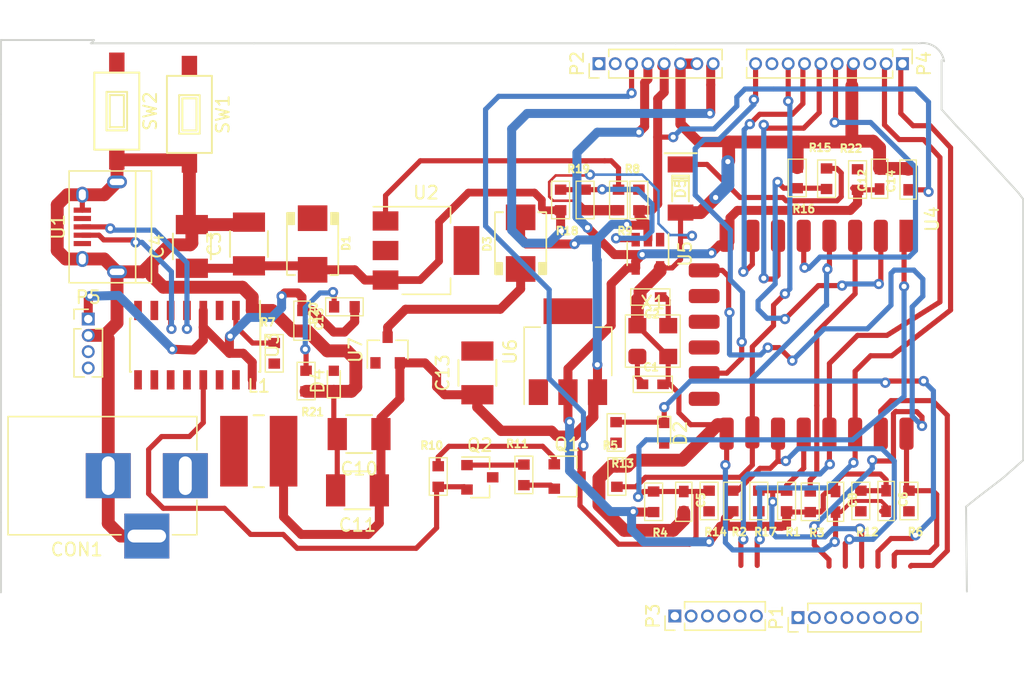
<source format=kicad_pcb>
(kicad_pcb (version 20170919) (host pcbnew "(2017-09-19 revision dddaa7e69)-makepkg")
  (layers (0 F.Cu signal) (31 B.Cu signal) (34 B.Paste user) (35 F.Paste user) (36 B.SilkS user) (37 F.SilkS user) (38 B.Mask user) (39 F.Mask user) (44 Edge.Cuts user))
  (net 0 "")
  (net 1 GND)
  (net 2 "Net-(CON1-Pad1)")
  (net 3 GPIO16)
  (net 4 "Net-(D2-Pad2)")
  (net 5 "Net-(D4-Pad2)")
  (net 6 +5V)
  (net 7 "Net-(L1-Pad1)")
  (net 8 RXD)
  (net 9 TXD)
  (net 10 GPIO0)
  (net 11 GPIO2)
  (net 12 CSO)
  (net 13 MISO)
  (net 14 GPIO10)
  (net 15 "Net-(P2-Pad1)")
  (net 16 "Net-(P2-Pad2)")
  (net 17 REST)
  (net 18 +3V3)
  (net 19 Vin)
  (net 20 GPIO5)
  (net 21 GPIO4)
  (net 22 GPIO09)
  (net 23 "Net-(P3-Pad3)")
  (net 24 "Net-(P3-Pad2)")
  (net 25 ADC_EX)
  (net 26 MOSI)
  (net 27 SCLK)
  (net 28 GPIO15)
  (net 29 GPIO13)
  (net 30 GPIO12)
  (net 31 GPIO14)
  (net 32 "Net-(P4-Pad3)")
  (net 33 "Net-(Q1-Pad1)")
  (net 34 "Net-(Q1-Pad2)")
  (net 35 "Net-(Q2-Pad2)")
  (net 36 "Net-(Q2-Pad1)")
  (net 37 "Net-(U1-Pad4)")
  (net 38 D+)
  (net 39 D-)
  (net 40 VCC)
  (net 41 "Net-(R8-Pad2)")
  (net 42 "Net-(U3-Pad15)")
  (net 43 "Net-(U3-Pad12)")
  (net 44 "Net-(U3-Pad11)")
  (net 45 "Net-(U3-Pad10)")
  (net 46 "Net-(U3-Pad9)")
  (net 47 XO)
  (net 48 XI)
  (net 49 "Net-(R6-Pad2)")
  (net 50 "Net-(R7-Pad2)")
  (net 51 "Net-(R18-Pad1)")
  (net 52 "Net-(U5-Pad1)")
  (net 53 "Net-(R20-Pad2)")
  (net 54 EN)
  (net 55 "Net-(R13-Pad2)")
  (net 56 ADC)
  (net 57 "Net-(R17-Pad2)")
  (module ESP8266:ESP-12F (layer F.Cu) (at 248.2215 96.8375 270)
    (fp_text reference U4 (at -2 -2 270) (layer F.SilkS))
    (fp_text value ESP-12E)
    (pad 1 smd rect (at 0 0 270) (size 2.5 1.1) (drill (offset -0.7 0)) (layers F.Cu F.Paste F.Mask) (net 17 REST))
    (pad 2 smd roundrect (at 0 2 270) (size 2.5 1.1) (drill (offset -0.7 0)) (layers F.Cu F.Paste F.Mask) (net 56 ADC))
    (pad 3 smd roundrect (at 0 4 270) (size 2.5 1.1) (drill (offset -0.7 0)) (layers F.Cu F.Paste F.Mask) (net 54 EN))
    (pad 4 smd roundrect (at 0 6 270) (size 2.5 1.1) (drill (offset -0.7 0)) (layers F.Cu F.Paste F.Mask) (net 3 GPIO16))
    (pad 5 smd roundrect (at 0 8 270) (size 2.5 1.1) (drill (offset -0.7 0)) (layers F.Cu F.Paste F.Mask) (net 31 GPIO14))
    (pad 6 smd roundrect (at 0 10 270) (size 2.5 1.1) (drill (offset -0.7 0)) (layers F.Cu F.Paste F.Mask) (net 30 GPIO12))
    (pad 7 smd roundrect (at 0 12 270) (size 2.5 1.1) (drill (offset -0.7 0)) (layers F.Cu F.Paste F.Mask) (net 29 GPIO13))
    (pad 8 smd roundrect (at 0 14 270) (size 2.5 1.1) (drill (offset -0.7 0)) (layers F.Cu F.Paste F.Mask) (net 18 +3V3))
    (pad 9 smd roundrect (at 1.99 15.75) (size 2.4 1.1) (layers F.Cu F.Paste F.Mask) (net 12 CSO))
    (pad 10 smd roundrect (at 3.99 15.75) (size 2.4 1.1) (layers F.Cu F.Paste F.Mask) (net 13 MISO))
    (pad 11 smd roundrect (at 5.99 15.75) (size 2.4 1.1) (layers F.Cu F.Paste F.Mask) (net 22 GPIO09))
    (pad 12 smd roundrect (at 7.99 15.75) (size 2.4 1.1) (layers F.Cu F.Paste F.Mask) (net 14 GPIO10))
    (pad 13 smd roundrect (at 9.99 15.75) (size 2.4 1.1) (layers F.Cu F.Paste F.Mask) (net 26 MOSI))
    (pad 14 smd roundrect (at 11.99 15.75) (size 2.4 1.1) (layers F.Cu F.Paste F.Mask) (net 27 SCLK))
    (pad 15 smd roundrect (at 14 14 270) (size 2.5 1.1) (drill (offset 0.7 0)) (layers F.Cu F.Paste F.Mask) (net 1 GND))
    (pad 16 smd roundrect (at 14 12 270) (size 2.5 1.1) (drill (offset 0.6 0)) (layers F.Cu F.Paste F.Mask) (net 28 GPIO15))
    (pad 17 smd roundrect (at 14 10 270) (size 2.5 1.1) (drill (offset 0.7 0)) (layers F.Cu F.Paste F.Mask) (net 11 GPIO2))
    (pad 18 smd roundrect (at 14 8 270) (size 2.5 1.1) (drill (offset 0.7 0)) (layers F.Cu F.Paste F.Mask) (net 10 GPIO0))
    (pad 19 smd roundrect (at 14 6 270) (size 2.5 1.1) (drill (offset 0.7 0)) (layers F.Cu F.Paste F.Mask) (net 21 GPIO4))
    (pad 20 smd roundrect (at 14 4 270) (size 2.5 1.1) (drill (offset 0.7 0)) (layers F.Cu F.Paste F.Mask) (net 20 GPIO5))
    (pad 21 smd roundrect (at 14 2 270) (size 2.5 1.1) (drill (offset 0.7 0)) (layers F.Cu F.Paste F.Mask) (net 8 RXD))
    (pad 22 smd roundrect (at 14 0 270) (size 2.5 1.1) (drill (offset 0.7 0)) (layers F.Cu F.Paste F.Mask) (net 9 TXD))
  )
  (module Connectors:BARREL_JACK (layer F.Cu) (at 192.0875 114.808)
    (fp_text reference CON1 (at -8.45 5.75 180) (layer F.SilkS))
    (fp_text value BARREL_JACK)
    (pad 3 thru_hole rect (at -3 4.7) (size 3.5 3.5) (drill oval 3 1) (layers *.Cu *.Mask) (net 1 GND))
    (pad 2 thru_hole rect (at -6 0) (size 3.5 3.5) (drill oval 1 3) (layers *.Cu *.Mask) (net 1 GND))
    (pad 1 thru_hole rect (at 0 0) (size 3.5 3.5) (drill oval 1 3) (layers *.Cu *.Mask) (net 2 "Net-(CON1-Pad1)"))
  )
  (module LEDs:LED_0603 (layer F.Cu) (at 229.362 111.506 270)
    (fp_text reference D2 (at 0 -1.25 270) (layer F.SilkS))
    (fp_text value LED_Blue)
    (pad 1 smd rect (at -0.8 0 90) (size 0.8 0.8) (layers F.Cu F.Paste F.Mask) (net 3 GPIO16))
    (pad 2 smd rect (at 0.8 0 90) (size 0.8 0.8) (layers F.Cu F.Paste F.Mask) (net 4 "Net-(D2-Pad2)"))
  )
  (module LEDs:LED_0603 (layer F.Cu) (at 203.6445 107.442 90)
    (fp_text reference D4 (at 0 -1.25 90) (layer F.SilkS))
    (fp_text value L_PWR)
    (pad 2 smd rect (at 0.8 0 270) (size 0.8 0.8) (layers F.Cu F.Paste F.Mask) (net 5 "Net-(D4-Pad2)"))
    (pad 1 smd rect (at -0.8 0 270) (size 0.8 0.8) (layers F.Cu F.Paste F.Mask) (net 1 GND))
  )
  (module Choke_SMD:Choke_SMD_Wuerth-WE-PD2-Typ-MS (layer F.Cu) (at 197.8025 112.903)
    (fp_text reference L1 (at 0 -5.08) (layer F.SilkS))
    (fp_text value 22uH)
    (pad 2 smd rect (at 1.9304 0) (size 2.14884 5.4991) (layers F.Cu F.Paste F.Mask) (net 6 +5V))
    (pad 1 smd rect (at -1.9304 0) (size 2.14884 5.4991) (layers F.Cu F.Paste F.Mask) (net 7 "Net-(L1-Pad1)"))
  )
  (module Pin_Headers:Pin_Header_Straight_1x08_Pitch1.27mm (layer F.Cu) (at 239.776 125.857 90)
    (fp_text reference P1 (at 0 -1.695 90) (layer F.SilkS))
    (fp_text value CONN_01X08)
    (pad 8 thru_hole oval (at 0 8.89 90) (size 1 1) (drill 0.65) (layers *.Cu *.Mask) (net 8 RXD))
    (pad 7 thru_hole oval (at 0 7.62 90) (size 1 1) (drill 0.65) (layers *.Cu *.Mask) (net 9 TXD))
    (pad 6 thru_hole oval (at 0 6.35 90) (size 1 1) (drill 0.65) (layers *.Cu *.Mask) (net 3 GPIO16))
    (pad 5 thru_hole oval (at 0 5.08 90) (size 1 1) (drill 0.65) (layers *.Cu *.Mask) (net 10 GPIO0))
    (pad 4 thru_hole oval (at 0 3.81 90) (size 1 1) (drill 0.65) (layers *.Cu *.Mask) (net 11 GPIO2))
    (pad 3 thru_hole oval (at 0 2.54 90) (size 1 1) (drill 0.65) (layers *.Cu *.Mask) (net 12 CSO))
    (pad 2 thru_hole oval (at 0 1.27 90) (size 1 1) (drill 0.65) (layers *.Cu *.Mask) (net 13 MISO))
    (pad 1 thru_hole rect (at 0 0 90) (size 1 1) (drill 0.65) (layers *.Cu *.Mask) (net 14 GPIO10))
  )
  (module Pin_Headers:Pin_Header_Straight_1x08_Pitch1.27mm (layer F.Cu) (at 224.282 82.7405 90)
    (fp_text reference P2 (at 0 -1.695 90) (layer F.SilkS))
    (fp_text value CONN_01X08)
    (pad 1 thru_hole rect (at 0 0 90) (size 1 1) (drill 0.65) (layers *.Cu *.Mask) (net 15 "Net-(P2-Pad1)"))
    (pad 2 thru_hole oval (at 0 1.27 90) (size 1 1) (drill 0.65) (layers *.Cu *.Mask) (net 16 "Net-(P2-Pad2)"))
    (pad 3 thru_hole oval (at 0 2.54 90) (size 1 1) (drill 0.65) (layers *.Cu *.Mask) (net 17 REST))
    (pad 4 thru_hole oval (at 0 3.81 90) (size 1 1) (drill 0.65) (layers *.Cu *.Mask) (net 18 +3V3))
    (pad 5 thru_hole oval (at 0 5.08 90) (size 1 1) (drill 0.65) (layers *.Cu *.Mask) (net 6 +5V))
    (pad 6 thru_hole oval (at 0 6.35 90) (size 1 1) (drill 0.65) (layers *.Cu *.Mask) (net 1 GND))
    (pad 7 thru_hole oval (at 0 7.62 90) (size 1 1) (drill 0.65) (layers *.Cu *.Mask) (net 1 GND))
    (pad 8 thru_hole oval (at 0 8.89 90) (size 1 1) (drill 0.65) (layers *.Cu *.Mask) (net 19 Vin))
  )
  (module Pin_Headers:Pin_Header_Straight_1x06_Pitch1.27mm (layer F.Cu) (at 230.1875 125.73 90)
    (fp_text reference P3 (at 0 -1.695 90) (layer F.SilkS))
    (fp_text value CONN_01X06)
    (pad 6 thru_hole oval (at 0 6.35 90) (size 1 1) (drill 0.65) (layers *.Cu *.Mask) (net 20 GPIO5))
    (pad 5 thru_hole oval (at 0 5.08 90) (size 1 1) (drill 0.65) (layers *.Cu *.Mask) (net 21 GPIO4))
    (pad 4 thru_hole oval (at 0 3.81 90) (size 1 1) (drill 0.65) (layers *.Cu *.Mask) (net 22 GPIO09))
    (pad 3 thru_hole oval (at 0 2.54 90) (size 1 1) (drill 0.65) (layers *.Cu *.Mask) (net 23 "Net-(P3-Pad3)"))
    (pad 2 thru_hole oval (at 0 1.27 90) (size 1 1) (drill 0.65) (layers *.Cu *.Mask) (net 24 "Net-(P3-Pad2)"))
    (pad 1 thru_hole rect (at 0 0 90) (size 1 1) (drill 0.65) (layers *.Cu *.Mask) (net 25 ADC_EX))
  )
  (module Pin_Headers:Pin_Header_Straight_1x10_Pitch1.27mm (layer F.Cu) (at 247.904 82.7405 270)
    (fp_text reference P4 (at 0 -1.695 270) (layer F.SilkS))
    (fp_text value CONN_01X10)
    (pad 10 thru_hole oval (at 0 11.43 270) (size 1 1) (drill 0.65) (layers *.Cu *.Mask) (net 26 MOSI))
    (pad 9 thru_hole oval (at 0 10.16 270) (size 1 1) (drill 0.65) (layers *.Cu *.Mask) (net 27 SCLK))
    (pad 8 thru_hole oval (at 0 8.89 270) (size 1 1) (drill 0.65) (layers *.Cu *.Mask) (net 28 GPIO15))
    (pad 7 thru_hole oval (at 0 7.62 270) (size 1 1) (drill 0.65) (layers *.Cu *.Mask) (net 29 GPIO13))
    (pad 6 thru_hole oval (at 0 6.35 270) (size 1 1) (drill 0.65) (layers *.Cu *.Mask) (net 30 GPIO12))
    (pad 5 thru_hole oval (at 0 5.08 270) (size 1 1) (drill 0.65) (layers *.Cu *.Mask) (net 31 GPIO14))
    (pad 4 thru_hole oval (at 0 3.81 270) (size 1 1) (drill 0.65) (layers *.Cu *.Mask) (net 1 GND))
    (pad 3 thru_hole oval (at 0 2.54 270) (size 1 1) (drill 0.65) (layers *.Cu *.Mask) (net 32 "Net-(P4-Pad3)"))
    (pad 2 thru_hole oval (at 0 1.27 270) (size 1 1) (drill 0.65) (layers *.Cu *.Mask) (net 21 GPIO4))
    (pad 1 thru_hole rect (at 0 0 270) (size 1 1) (drill 0.65) (layers *.Cu *.Mask) (net 20 GPIO5))
  )
  (module Pin_Headers:Pin_Header_Straight_1x04_Pitch1.27mm (layer F.Cu) (at 184.531 102.616)
    (fp_text reference P5 (at 0 -1.695) (layer F.SilkS))
    (fp_text value CONN_01X04)
    (pad 4 thru_hole oval (at 0 3.81) (size 1 1) (drill 0.65) (layers *.Cu *.Mask) (net 21 GPIO4))
    (pad 3 thru_hole oval (at 0 2.54) (size 1 1) (drill 0.65) (layers *.Cu *.Mask) (net 20 GPIO5))
    (pad 2 thru_hole oval (at 0 1.27) (size 1 1) (drill 0.65) (layers *.Cu *.Mask) (net 1 GND))
    (pad 1 thru_hole rect (at 0 0) (size 1 1) (drill 0.65) (layers *.Cu *.Mask) (net 18 +3V3))
  )
  (module TO_SOT_Packages_SMD:SOT-23 (layer F.Cu) (at 221.8055 114.8715)
    (fp_text reference Q1 (at 0 -2.5) (layer F.SilkS))
    (fp_text value MMBT8050LT1G_BEC)
    (pad 1 smd rect (at -1 -0.95) (size 0.9 0.8) (layers F.Cu F.Paste F.Mask) (net 33 "Net-(Q1-Pad1)"))
    (pad 2 smd rect (at -1 0.95) (size 0.9 0.8) (layers F.Cu F.Paste F.Mask) (net 34 "Net-(Q1-Pad2)"))
    (pad 3 smd rect (at 1 0) (size 0.9 0.8) (layers F.Cu F.Paste F.Mask) (net 17 REST))
  )
  (module TO_SOT_Packages_SMD:SOT-23 (layer F.Cu) (at 215.011 114.935)
    (fp_text reference Q2 (at 0 -2.5) (layer F.SilkS))
    (fp_text value MMBT8050LT1G_BEC)
    (pad 3 smd rect (at 1 0) (size 0.9 0.8) (layers F.Cu F.Paste F.Mask) (net 10 GPIO0))
    (pad 2 smd rect (at -1 0.95) (size 0.9 0.8) (layers F.Cu F.Paste F.Mask) (net 35 "Net-(Q2-Pad2)"))
    (pad 1 smd rect (at -1 -0.95) (size 0.9 0.8) (layers F.Cu F.Paste F.Mask) (net 36 "Net-(Q2-Pad1)"))
  )
  (module Connectors:USB_Micro-B (layer F.Cu) (at 185.42 95.4405 90)
    (fp_text reference U1 (at 0 -3.24 90) (layer F.SilkS))
    (fp_text value usb_mini_b)
    (pad 6 thru_hole oval (at 3.5 1.35 180) (size 1.55 1) (drill oval 1.15 0.5) (layers *.Cu *.Mask) (net 1 GND))
    (pad 6 thru_hole oval (at -3.5 1.35 180) (size 1.55 1) (drill oval 1.15 0.5) (layers *.Cu *.Mask) (net 1 GND))
    (pad 6 thru_hole oval (at 2.5 -1.35 180) (size 0.95 1.25) (drill oval 0.55 0.85) (layers *.Cu *.Mask) (net 1 GND))
    (pad 6 thru_hole oval (at -2.5 -1.35 180) (size 0.95 1.25) (drill oval 0.55 0.85) (layers *.Cu *.Mask) (net 1 GND))
    (pad 5 smd rect (at 1.3 -1.35 180) (size 1.35 0.4) (layers F.Cu F.Paste F.Mask) (net 1 GND))
    (pad 4 smd rect (at 0.65 -1.35 180) (size 1.35 0.4) (layers F.Cu F.Paste F.Mask) (net 37 "Net-(U1-Pad4)"))
    (pad 3 smd rect (at 0 -1.35 180) (size 1.35 0.4) (layers F.Cu F.Paste F.Mask) (net 38 D+))
    (pad 2 smd rect (at -0.65 -1.35 180) (size 1.35 0.4) (layers F.Cu F.Paste F.Mask) (net 39 D-))
    (pad 1 smd rect (at -1.3 -1.35 180) (size 1.35 0.4) (layers F.Cu F.Paste F.Mask) (net 40 VCC))
  )
  (module TO_SOT_Packages_SMD:SOT-223 (layer F.Cu) (at 210.82 97.282)
    (fp_text reference U2 (at 0 -4.5) (layer F.SilkS))
    (fp_text value AMS1117-5)
    (pad 4 smd rect (at 3.15 0) (size 2 3.8) (layers F.Cu F.Paste F.Mask))
    (pad 2 smd rect (at -3.15 0) (size 2 1.5) (layers F.Cu F.Paste F.Mask) (net 7 "Net-(L1-Pad1)"))
    (pad 3 smd rect (at -3.15 2.3) (size 2 1.5) (layers F.Cu F.Paste F.Mask) (net 19 Vin))
    (pad 1 smd rect (at -3.15 -2.3) (size 2 1.5) (layers F.Cu F.Paste F.Mask) (net 41 "Net-(R8-Pad2)"))
  )
  (module Housings_SOIC:SOIC-16_3.9x9.9mm_Pitch1.27mm (layer F.Cu) (at 192.8495 104.648 270)
    (fp_text reference U3 (at 0 -6 270) (layer F.SilkS))
    (fp_text value CH340G)
    (pad 16 smd rect (at 2.7 -4.445 270) (size 1.5 0.6) (layers F.Cu F.Paste F.Mask) (net 18 +3V3))
    (pad 15 smd rect (at 2.7 -3.175 270) (size 1.5 0.6) (layers F.Cu F.Paste F.Mask) (net 42 "Net-(U3-Pad15)"))
    (pad 14 smd rect (at 2.7 -1.905 270) (size 1.5 0.6) (layers F.Cu F.Paste F.Mask) (net 34 "Net-(Q1-Pad2)"))
    (pad 13 smd rect (at 2.7 -0.635 270) (size 1.5 0.6) (layers F.Cu F.Paste F.Mask) (net 35 "Net-(Q2-Pad2)"))
    (pad 12 smd rect (at 2.7 0.635 270) (size 1.5 0.6) (layers F.Cu F.Paste F.Mask) (net 43 "Net-(U3-Pad12)"))
    (pad 11 smd rect (at 2.7 1.905 270) (size 1.5 0.6) (layers F.Cu F.Paste F.Mask) (net 44 "Net-(U3-Pad11)"))
    (pad 10 smd rect (at 2.7 3.175 270) (size 1.5 0.6) (layers F.Cu F.Paste F.Mask) (net 45 "Net-(U3-Pad10)"))
    (pad 9 smd rect (at 2.7 4.445 270) (size 1.5 0.6) (layers F.Cu F.Paste F.Mask) (net 46 "Net-(U3-Pad9)"))
    (pad 8 smd rect (at -2.7 4.445 270) (size 1.5 0.6) (layers F.Cu F.Paste F.Mask) (net 47 XO))
    (pad 7 smd rect (at -2.7 3.175 270) (size 1.5 0.6) (layers F.Cu F.Paste F.Mask) (net 48 XI))
    (pad 6 smd rect (at -2.7 1.905 270) (size 1.5 0.6) (layers F.Cu F.Paste F.Mask) (net 39 D-))
    (pad 5 smd rect (at -2.7 0.635 270) (size 1.5 0.6) (layers F.Cu F.Paste F.Mask) (net 38 D+))
    (pad 4 smd rect (at -2.7 -0.635 270) (size 1.5 0.6) (layers F.Cu F.Paste F.Mask) (net 18 +3V3))
    (pad 3 smd rect (at -2.7 -1.905 270) (size 1.5 0.6) (layers F.Cu F.Paste F.Mask) (net 49 "Net-(R6-Pad2)"))
    (pad 2 smd rect (at -2.7 -3.175 270) (size 1.5 0.6) (layers F.Cu F.Paste F.Mask) (net 50 "Net-(R7-Pad2)"))
    (pad 1 smd rect (at -2.7 -4.445 270) (size 1.5 0.6) (layers F.Cu F.Paste F.Mask) (net 1 GND))
  )
  (module TO_SOT_Packages_SMD:SOT-23-5 (layer F.Cu) (at 228.092 97.536 270)
    (fp_text reference U5 (at 0 -2.9 270) (layer F.SilkS))
    (fp_text value MCP6001R)
    (pad 5 smd rect (at 1.1 -0.95 270) (size 1.06 0.65) (layers F.Cu F.Paste F.Mask) (net 1 GND))
    (pad 4 smd rect (at 1.1 0.95 270) (size 1.06 0.65) (layers F.Cu F.Paste F.Mask) (net 18 +3V3))
    (pad 3 smd rect (at -1.1 0.95 270) (size 1.06 0.65) (layers F.Cu F.Paste F.Mask) (net 51 "Net-(R18-Pad1)"))
    (pad 2 smd rect (at -1.1 0 270) (size 1.06 0.65) (layers F.Cu F.Paste F.Mask) (net 6 +5V))
    (pad 1 smd rect (at -1.1 -0.95 270) (size 1.06 0.65) (layers F.Cu F.Paste F.Mask) (net 52 "Net-(U5-Pad1)"))
  )
  (module TO_SOT_Packages_SMD:SOT-223 (layer F.Cu) (at 221.869 105.156 90)
    (fp_text reference U6 (at 0 -4.5 90) (layer F.SilkS))
    (fp_text value AMS1117-3.3)
    (pad 1 smd rect (at -3.15 -2.3 90) (size 2 1.5) (layers F.Cu F.Paste F.Mask) (net 53 "Net-(R20-Pad2)"))
    (pad 3 smd rect (at -3.15 2.3 90) (size 2 1.5) (layers F.Cu F.Paste F.Mask) (net 6 +5V))
    (pad 2 smd rect (at -3.15 0 90) (size 2 1.5) (layers F.Cu F.Paste F.Mask) (net 18 +3V3))
    (pad 4 smd rect (at 3.15 0 90) (size 2 3.8) (layers F.Cu F.Paste F.Mask))
  )
  (module TO_SOT_Packages_SMD:SOT-23 (layer F.Cu) (at 207.8355 105.029 90)
    (fp_text reference U7 (at 0 -2.5 90) (layer F.SilkS))
    (fp_text value IRLM6402)
    (pad 3 smd rect (at 1 0 90) (size 0.9 0.8) (layers F.Cu F.Paste F.Mask) (net 40 VCC))
    (pad 2 smd rect (at -1 0.95 90) (size 0.9 0.8) (layers F.Cu F.Paste F.Mask) (net 6 +5V))
    (pad 1 smd rect (at -1 -0.95 90) (size 0.9 0.8) (layers F.Cu F.Paste F.Mask) (net 52 "Net-(U5-Pad1)"))
  )
  (module ESP8266:C_0603 (layer F.Cu) (at 228.473 107.696)
    (fp_text reference C1 (at -0.127 -1.3335 180) (layer F.SilkS) (effects (font (size 0.6 0.6))))
    (fp_text value 22pF hide)
    (pad 2 smd rect (at 0.799999 0) (size 0.9 0.75) (layers F.Cu F.Paste F.Mask) (net 1 GND))
    (pad 1 smd rect (at -0.799999 0) (size 0.9 0.75) (layers F.Cu F.Paste F.Mask) (net 47 XO))
  )
  (module ESP8266:C_0603 (layer F.Cu) (at 228.2825 100.9015 180)
    (fp_text reference C2 (at -0.127 -1.3335) (layer F.SilkS) (effects (font (size 0.6 0.6))))
    (fp_text value 22pF hide)
    (pad 1 smd rect (at -0.799999 0 180) (size 0.9 0.75) (layers F.Cu F.Paste F.Mask) (net 48 XI))
    (pad 2 smd rect (at 0.799999 0 180) (size 0.9 0.75) (layers F.Cu F.Paste F.Mask) (net 1 GND))
  )
  (module ESP8266:C_1210 (layer F.Cu) (at 197.0405 96.774 90)
    (fp_text reference C3 (at 0 -2.7 90) (layer F.SilkS))
    (fp_text value 10uF/50V)
    (pad 2 smd rect (at 1.7 0 90) (size 1.5 2.5) (layers F.Cu F.Paste F.Mask) (net 1 GND))
    (pad 1 smd rect (at -1.7 0 90) (size 1.5 2.5) (layers F.Cu F.Paste F.Mask) (net 19 Vin))
  )
  (module ESP8266:C_1210 (layer F.Cu) (at 192.5955 96.9645 90)
    (fp_text reference C4 (at 0 -2.7 90) (layer F.SilkS))
    (fp_text value 10uF/50V)
    (pad 1 smd rect (at -1.7 0 90) (size 1.5 2.5) (layers F.Cu F.Paste F.Mask) (net 19 Vin))
    (pad 2 smd rect (at 1.7 0 90) (size 1.5 2.5) (layers F.Cu F.Paste F.Mask) (net 1 GND))
  )
  (module ESP8266:C_0603 (layer F.Cu) (at 230.886 116.84 270)
    (fp_text reference C5 (at -0.127 -1.3335 90) (layer F.SilkS) (effects (font (size 0.6 0.6))))
    (fp_text value 100nF hide)
    (pad 2 smd rect (at 0.799999 0 270) (size 0.9 0.75) (layers F.Cu F.Paste F.Mask) (net 1 GND))
    (pad 1 smd rect (at -0.799999 0 270) (size 0.9 0.75) (layers F.Cu F.Paste F.Mask) (net 17 REST))
  )
  (module ESP8266:C_0603 (layer F.Cu) (at 246.634 116.7765 270)
    (fp_text reference C6 (at -0.127 -1.3335 90) (layer F.SilkS) (effects (font (size 0.6 0.6))))
    (fp_text value 100nF hide)
    (pad 1 smd rect (at -0.799999 0 270) (size 0.9 0.75) (layers F.Cu F.Paste F.Mask) (net 18 +3V3))
    (pad 2 smd rect (at 0.799999 0 270) (size 0.9 0.75) (layers F.Cu F.Paste F.Mask) (net 1 GND))
  )
  (module ESP8266:C_0603 (layer F.Cu) (at 242.697 116.84 270)
    (fp_text reference C8 (at -0.127 -1.3335 90) (layer F.SilkS) (effects (font (size 0.6 0.6))))
    (fp_text value 100nF hide)
    (pad 1 smd rect (at -0.799999 0 270) (size 0.9 0.75) (layers F.Cu F.Paste F.Mask) (net 18 +3V3))
    (pad 2 smd rect (at 0.799999 0 270) (size 0.9 0.75) (layers F.Cu F.Paste F.Mask) (net 1 GND))
  )
  (module ESP8266:C_1210 (layer F.Cu) (at 205.613 111.5695 180)
    (fp_text reference C10 (at 0 -2.7 180) (layer F.SilkS))
    (fp_text value 10uF/25V)
    (pad 1 smd rect (at -1.7 0 180) (size 1.5 2.5) (layers F.Cu F.Paste F.Mask) (net 6 +5V))
    (pad 2 smd rect (at 1.7 0 180) (size 1.5 2.5) (layers F.Cu F.Paste F.Mask) (net 1 GND))
  )
  (module ESP8266:C_1210 (layer F.Cu) (at 205.486 115.951 180)
    (fp_text reference C11 (at 0 -2.7 180) (layer F.SilkS))
    (fp_text value 10uF/25V)
    (pad 1 smd rect (at -1.7 0 180) (size 1.5 2.5) (layers F.Cu F.Paste F.Mask) (net 6 +5V))
    (pad 2 smd rect (at 1.7 0 180) (size 1.5 2.5) (layers F.Cu F.Paste F.Mask) (net 1 GND))
  )
  (module ESP8266:C_0603 (layer F.Cu) (at 246.126 91.694 90)
    (fp_text reference C12 (at -0.127 -1.3335 -90) (layer F.SilkS) (effects (font (size 0.6 0.6))))
    (fp_text value 100nF hide)
    (pad 2 smd rect (at 0.799999 0 90) (size 0.9 0.75) (layers F.Cu F.Paste F.Mask) (net 1 GND))
    (pad 1 smd rect (at -0.799999 0 90) (size 0.9 0.75) (layers F.Cu F.Paste F.Mask) (net 18 +3V3))
  )
  (module ESP8266:C_1210 (layer F.Cu) (at 214.8205 106.807 90)
    (fp_text reference C13 (at 0 -2.7 90) (layer F.SilkS))
    (fp_text value 1uF/25V hide)
    (pad 2 smd rect (at 1.7 0 90) (size 1.5 2.5) (layers F.Cu F.Paste F.Mask) (net 1 GND))
    (pad 1 smd rect (at -1.7 0 90) (size 1.5 2.5) (layers F.Cu F.Paste F.Mask) (net 6 +5V))
  )
  (module ESP8266:C_0603 (layer F.Cu) (at 248.3485 91.7575 90)
    (fp_text reference C14 (at -0.127 -1.3335 -90) (layer F.SilkS) (effects (font (size 0.6 0.6))))
    (fp_text value 100nF hide)
    (pad 1 smd rect (at -0.799999 0 90) (size 0.9 0.75) (layers F.Cu F.Paste F.Mask) (net 6 +5V))
    (pad 2 smd rect (at 0.799999 0 90) (size 0.9 0.75) (layers F.Cu F.Paste F.Mask) (net 1 GND))
  )
  (module ESP8266:C_0603 (layer F.Cu) (at 201.168 102.743 270)
    (fp_text reference C15 (at -0.127 -1.3335 90) (layer F.SilkS) (effects (font (size 0.6 0.6))))
    (fp_text value 1uF/25V hide)
    (pad 2 smd rect (at 0.799999 0 270) (size 0.9 0.75) (layers F.Cu F.Paste F.Mask) (net 1 GND))
    (pad 1 smd rect (at -0.799999 0 270) (size 0.9 0.75) (layers F.Cu F.Paste F.Mask) (net 18 +3V3))
  )
  (module ESP8266:do214aa-g (layer F.Cu) (at 201.9935 96.774 90)
    (fp_text reference D1 (at 0.0635 2.6035 90) (layer F.SilkS) (effects (font (size 0.6 0.6))))
    (fp_text value SS24 hide)
    (pad 2 smd rect (at 2.00914 0 90) (size 1.99898 2.30124) (layers F.Cu F.Paste F.Mask) (net 2 "Net-(CON1-Pad1)"))
    (pad 1 smd rect (at -2.00914 0 90) (size 1.99898 2.30124) (layers F.Cu F.Paste F.Mask) (net 19 Vin))
  )
  (module ESP8266:do214aa-g (layer F.Cu) (at 218.186 96.7105 270)
    (fp_text reference D3 (at 0.0635 2.6035 270) (layer F.SilkS) (effects (font (size 0.6 0.6))))
    (fp_text value SS24 hide)
    (pad 1 smd rect (at -2.00914 0 270) (size 1.99898 2.30124) (layers F.Cu F.Paste F.Mask) (net 6 +5V))
    (pad 2 smd rect (at 2.00914 0 270) (size 1.99898 2.30124) (layers F.Cu F.Paste F.Mask) (net 40 VCC))
  )
  (module ESP8266:SOD-80 (layer F.Cu) (at 230.632 92.456 270)
    (fp_text reference D5 (at 0 0 270) (layer F.SilkS) (effects (font (size 0.8 0.8))))
    (fp_text value ZENER_3.3V)
    (pad 1 smd rect (at -1.875 0 270) (size 1.25 2) (layers F.Cu F.Paste F.Mask) (net 25 ADC_EX))
    (pad 2 smd rect (at 1.875 0 270) (size 1.25 2) (layers F.Cu F.Paste F.Mask) (net 1 GND))
  )
  (module ESP8266:R_0603 (layer F.Cu) (at 238.887 116.7765 270)
    (fp_text reference R1 (at 2.413 -0.508) (layer F.SilkS) (effects (font (size 0.6 0.6))))
    (fp_text value 10k hide)
    (pad 1 smd rect (at -0.799999 0 270) (size 0.8 0.9) (layers F.Cu F.Paste F.Mask) (net 10 GPIO0))
    (pad 2 smd rect (at 0.799999 0 270) (size 0.8 0.9) (layers F.Cu F.Paste F.Mask) (net 18 +3V3))
  )
  (module ESP8266:R_0603 (layer F.Cu) (at 234.696 116.7765 270)
    (fp_text reference R2 (at 2.413 -0.508) (layer F.SilkS) (effects (font (size 0.6 0.6))))
    (fp_text value 10k hide)
    (pad 1 smd rect (at -0.799999 0 270) (size 0.8 0.9) (layers F.Cu F.Paste F.Mask) (net 11 GPIO2))
    (pad 2 smd rect (at 0.799999 0 270) (size 0.8 0.9) (layers F.Cu F.Paste F.Mask) (net 18 +3V3))
  )
  (module ESP8266:R_0603 (layer F.Cu) (at 240.7285 116.84 270)
    (fp_text reference R3 (at 2.413 -0.508) (layer F.SilkS) (effects (font (size 0.6 0.6))))
    (fp_text value 10k hide)
    (pad 2 smd rect (at 0.799999 0 270) (size 0.8 0.9) (layers F.Cu F.Paste F.Mask) (net 18 +3V3))
    (pad 1 smd rect (at -0.799999 0 270) (size 0.8 0.9) (layers F.Cu F.Paste F.Mask) (net 54 EN))
  )
  (module ESP8266:R_0603 (layer F.Cu) (at 228.5365 116.84 270)
    (fp_text reference R4 (at 2.413 -0.508) (layer F.SilkS) (effects (font (size 0.6 0.6))))
    (fp_text value 10k hide)
    (pad 1 smd rect (at -0.799999 0 270) (size 0.8 0.9) (layers F.Cu F.Paste F.Mask) (net 17 REST))
    (pad 2 smd rect (at 0.799999 0 270) (size 0.8 0.9) (layers F.Cu F.Paste F.Mask) (net 18 +3V3))
  )
  (module ESP8266:R_0603 (layer F.Cu) (at 225.679 114.8715 90)
    (fp_text reference R5 (at 2.413 -0.508 180) (layer F.SilkS) (effects (font (size 0.6 0.6))))
    (fp_text value 10k hide)
    (pad 2 smd rect (at 0.799999 0 90) (size 0.8 0.9) (layers F.Cu F.Paste F.Mask) (net 1 GND))
    (pad 1 smd rect (at -0.799999 0 90) (size 0.8 0.9) (layers F.Cu F.Paste F.Mask) (net 28 GPIO15))
  )
  (module ESP8266:R_0603 (layer F.Cu) (at 248.412 116.7765 270)
    (fp_text reference R6 (at 2.413 -0.508) (layer F.SilkS) (effects (font (size 0.6 0.6))))
    (fp_text value 470R hide)
    (pad 1 smd rect (at -0.799999 0 270) (size 0.8 0.9) (layers F.Cu F.Paste F.Mask) (net 9 TXD))
    (pad 2 smd rect (at 0.799999 0 270) (size 0.8 0.9) (layers F.Cu F.Paste F.Mask) (net 49 "Net-(R6-Pad2)"))
  )
  (module ESP8266:R_0603 (layer F.Cu) (at 199.009 105.283 90)
    (fp_text reference R7 (at 2.413 -0.508 180) (layer F.SilkS) (effects (font (size 0.6 0.6))))
    (fp_text value 470R hide)
    (pad 2 smd rect (at 0.799999 0 90) (size 0.8 0.9) (layers F.Cu F.Paste F.Mask) (net 50 "Net-(R7-Pad2)"))
    (pad 1 smd rect (at -0.799999 0 90) (size 0.8 0.9) (layers F.Cu F.Paste F.Mask) (net 8 RXD))
  )
  (module ESP8266:R_0603 (layer F.Cu) (at 227.3935 93.345 90)
    (fp_text reference R8 (at 2.413 -0.508 -180) (layer F.SilkS) (effects (font (size 0.6 0.6))))
    (fp_text value 52.5K hide)
    (pad 1 smd rect (at -0.799999 0 90) (size 0.8 0.9) (layers F.Cu F.Paste F.Mask) (net 6 +5V))
    (pad 2 smd rect (at 0.799999 0 90) (size 0.8 0.9) (layers F.Cu F.Paste F.Mask) (net 41 "Net-(R8-Pad2)"))
  )
  (module ESP8266:R_0603 (layer F.Cu) (at 225.806 93.345 270)
    (fp_text reference R9 (at 2.413 -0.508) (layer F.SilkS) (effects (font (size 0.6 0.6))))
    (fp_text value 10k hide)
    (pad 1 smd rect (at -0.799999 0 270) (size 0.8 0.9) (layers F.Cu F.Paste F.Mask) (net 41 "Net-(R8-Pad2)"))
    (pad 2 smd rect (at 0.799999 0 270) (size 0.8 0.9) (layers F.Cu F.Paste F.Mask) (net 1 GND))
  )
  (module ESP8266:R_0603 (layer F.Cu) (at 211.7725 114.8715 90)
    (fp_text reference R10 (at 2.413 -0.508 180) (layer F.SilkS) (effects (font (size 0.6 0.6))))
    (fp_text value 10K hide)
    (pad 2 smd rect (at 0.799999 0 90) (size 0.8 0.9) (layers F.Cu F.Paste F.Mask) (net 33 "Net-(Q1-Pad1)"))
    (pad 1 smd rect (at -0.799999 0 90) (size 0.8 0.9) (layers F.Cu F.Paste F.Mask) (net 35 "Net-(Q2-Pad2)"))
  )
  (module ESP8266:R_0603 (layer F.Cu) (at 218.44 114.7445 90)
    (fp_text reference R11 (at 2.413 -0.508 -180) (layer F.SilkS) (effects (font (size 0.6 0.6))))
    (fp_text value 10K hide)
    (pad 1 smd rect (at -0.799999 0 90) (size 0.8 0.9) (layers F.Cu F.Paste F.Mask) (net 34 "Net-(Q1-Pad2)"))
    (pad 2 smd rect (at 0.799999 0 90) (size 0.8 0.9) (layers F.Cu F.Paste F.Mask) (net 36 "Net-(Q2-Pad1)"))
  )
  (module ESP8266:R_0603 (layer F.Cu) (at 244.6655 116.7765 270)
    (fp_text reference R12 (at 2.413 -0.508) (layer F.SilkS) (effects (font (size 0.6 0.6))))
    (fp_text value 470R hide)
    (pad 1 smd rect (at -0.799999 0 270) (size 0.8 0.9) (layers F.Cu F.Paste F.Mask) (net 18 +3V3))
    (pad 2 smd rect (at 0.799999 0 270) (size 0.8 0.9) (layers F.Cu F.Paste F.Mask) (net 4 "Net-(D2-Pad2)"))
  )
  (module ESP8266:R_0603 (layer F.Cu) (at 225.6155 111.4425 270)
    (fp_text reference R13 (at 2.413 -0.508) (layer F.SilkS) (effects (font (size 0.6 0.6))))
    (fp_text value 0R hide)
    (pad 2 smd rect (at 0.799999 0 270) (size 0.8 0.9) (layers F.Cu F.Paste F.Mask) (net 55 "Net-(R13-Pad2)"))
    (pad 1 smd rect (at -0.799999 0 270) (size 0.8 0.9) (layers F.Cu F.Paste F.Mask) (net 3 GPIO16))
  )
  (module ESP8266:R_0603 (layer F.Cu) (at 232.8545 116.7765 270)
    (fp_text reference R14 (at 2.413 -0.508) (layer F.SilkS) (effects (font (size 0.6 0.6))))
    (fp_text value 470R hide)
    (pad 1 smd rect (at -0.799999 0 270) (size 0.8 0.9) (layers F.Cu F.Paste F.Mask) (net 17 REST))
    (pad 2 smd rect (at 0.799999 0 270) (size 0.8 0.9) (layers F.Cu F.Paste F.Mask) (net 55 "Net-(R13-Pad2)"))
  )
  (module ESP8266:R_0603 (layer F.Cu) (at 241.9985 91.694 90)
    (fp_text reference R15 (at 2.413 -0.508 -180) (layer F.SilkS) (effects (font (size 0.6 0.6))))
    (fp_text value 220k/1% hide)
    (pad 1 smd rect (at -0.799999 0 90) (size 0.8 0.9) (layers F.Cu F.Paste F.Mask) (net 56 ADC))
    (pad 2 smd rect (at 0.799999 0 90) (size 0.8 0.9) (layers F.Cu F.Paste F.Mask) (net 25 ADC_EX))
  )
  (module ESP8266:R_0603 (layer F.Cu) (at 239.7125 91.6305 270)
    (fp_text reference R16 (at 2.413 -0.508) (layer F.SilkS) (effects (font (size 0.6 0.6))))
    (fp_text value 100k/1% hide)
    (pad 2 smd rect (at 0.799999 0 270) (size 0.8 0.9) (layers F.Cu F.Paste F.Mask) (net 56 ADC))
    (pad 1 smd rect (at -0.799999 0 270) (size 0.8 0.9) (layers F.Cu F.Paste F.Mask) (net 1 GND))
  )
  (module ESP8266:R_0603 (layer F.Cu) (at 236.728 116.7765 270)
    (fp_text reference R17 (at 2.413 -0.508) (layer F.SilkS) (effects (font (size 0.6 0.6))))
    (fp_text value 470R hide)
    (pad 2 smd rect (at 0.799999 0 270) (size 0.8 0.9) (layers F.Cu F.Paste F.Mask) (net 57 "Net-(R17-Pad2)"))
    (pad 1 smd rect (at -0.799999 0 270) (size 0.8 0.9) (layers F.Cu F.Paste F.Mask) (net 10 GPIO0))
  )
  (module ESP8266:R_0603 (layer F.Cu) (at 221.2975 93.345 270)
    (fp_text reference R18 (at 2.413 -0.508) (layer F.SilkS) (effects (font (size 0.6 0.6))))
    (fp_text value 10k hide)
    (pad 2 smd rect (at 0.799999 0 270) (size 0.8 0.9) (layers F.Cu F.Paste F.Mask) (net 19 Vin))
    (pad 1 smd rect (at -0.799999 0 270) (size 0.8 0.9) (layers F.Cu F.Paste F.Mask) (net 51 "Net-(R18-Pad1)"))
  )
  (module ESP8266:R_0603 (layer F.Cu) (at 223.2025 93.345 90)
    (fp_text reference R19 (at 2.413 -0.508 180) (layer F.SilkS) (effects (font (size 0.6 0.6))))
    (fp_text value 10k hide)
    (pad 1 smd rect (at -0.799999 0 90) (size 0.8 0.9) (layers F.Cu F.Paste F.Mask) (net 1 GND))
    (pad 2 smd rect (at 0.799999 0 90) (size 0.8 0.9) (layers F.Cu F.Paste F.Mask) (net 51 "Net-(R18-Pad1)"))
  )
  (module ESP8266:R_0603 (layer F.Cu) (at 204.47 101.6635 180)
    (fp_text reference R20 (at 2.413 -0.508 270) (layer F.SilkS) (effects (font (size 0.6 0.6))))
    (fp_text value 3K/1% hide)
    (pad 2 smd rect (at 0.799999 0 180) (size 0.8 0.9) (layers F.Cu F.Paste F.Mask) (net 53 "Net-(R20-Pad2)"))
    (pad 1 smd rect (at -0.799999 0 180) (size 0.8 0.9) (layers F.Cu F.Paste F.Mask) (net 18 +3V3))
  )
  (module ESP8266:R_0603 (layer F.Cu) (at 201.4855 107.442 270)
    (fp_text reference R21 (at 2.413 -0.508) (layer F.SilkS) (effects (font (size 0.6 0.6))))
    (fp_text value 1K/1% hide)
    (pad 1 smd rect (at -0.799999 0 270) (size 0.8 0.9) (layers F.Cu F.Paste F.Mask) (net 53 "Net-(R20-Pad2)"))
    (pad 2 smd rect (at 0.799999 0 270) (size 0.8 0.9) (layers F.Cu F.Paste F.Mask) (net 1 GND))
  )
  (module ESP8266:R_0603 (layer F.Cu) (at 244.4115 91.7575 90)
    (fp_text reference R22 (at 2.413 -0.508 -180) (layer F.SilkS) (effects (font (size 0.6 0.6))))
    (fp_text value 470R hide)
    (pad 2 smd rect (at 0.799999 0 90) (size 0.8 0.9) (layers F.Cu F.Paste F.Mask) (net 5 "Net-(D4-Pad2)"))
    (pad 1 smd rect (at -0.799999 0 90) (size 0.8 0.9) (layers F.Cu F.Paste F.Mask) (net 18 +3V3))
  )
  (module ESP8266:Tact_Switch_TS6X3.6 (layer F.Cu) (at 192.405 86.6775 270)
    (fp_text reference SW1 (at 0.01011 -2.60022 270) (layer F.SilkS))
    (fp_text value RST)
    (pad 2 smd rect (at 3.8 0 270) (size 1.5 1.2) (layers F.Cu F.Paste F.Mask) (net 1 GND))
    (pad 1 smd rect (at -3.8 0 270) (size 1.5 1.2) (layers F.Cu F.Paste F.Mask) (net 55 "Net-(R13-Pad2)"))
  )
  (module ESP8266:Tact_Switch_TS6X3.6 (layer F.Cu) (at 186.7535 86.4235 270)
    (fp_text reference SW2 (at 0.01011 -2.60022 270) (layer F.SilkS))
    (fp_text value GPIO0)
    (pad 1 smd rect (at -3.8 0 270) (size 1.5 1.2) (layers F.Cu F.Paste F.Mask) (net 57 "Net-(R17-Pad2)"))
    (pad 2 smd rect (at 3.8 0 270) (size 1.5 1.2) (layers F.Cu F.Paste F.Mask) (net 1 GND))
  )
  (module ESP8266:Crystal_SMD_3225_4Pads (layer F.Cu) (at 228.473 104.3305)
    (fp_text reference X1 (at 0 -3) (layer F.SilkS))
    (fp_text value CRYSTAL_ABM3C hide)
    (pad 4 smd rect (at -1.2 -1.2) (size 1.4 1.2) (layers F.Cu F.Paste F.Mask) (net 1 GND))
    (pad 3 smd rect (at 1.2 -1.2) (size 1.4 1.2) (layers F.Cu F.Paste F.Mask) (net 48 XI))
    (pad 2 smd rect (at 1.2 1.2) (size 1.4 1.2) (layers F.Cu F.Paste F.Mask) (net 1 GND))
    (pad 1 smd roundrect (at -1.2 1.2) (size 1.4 1.2) (layers F.Cu F.Paste F.Mask) (net 47 XO))
  )
  (gr_line (start 184.9755 80.899) (end 184.785 81.153) (angle 90) (layer Edge.Cuts) (width 0.15))
  (gr_line (start 177.7365 80.899) (end 184.9755 80.899) (angle 90) (layer Edge.Cuts) (width 0.15))
  (gr_line (start 177.7365 86.6775) (end 177.7365 80.899) (angle 90) (layer Edge.Cuts) (width 0.15))
  (gr_line (start 177.7365 101.5365) (end 177.7365 86.6775) (angle 90) (layer Edge.Cuts) (width 0.15))
  (gr_line (start 177.7365 117.6655) (end 177.7365 101.5365) (angle 90) (layer Edge.Cuts) (width 0.15))
  (gr_line (start 177.7365 123.8885) (end 177.7365 117.6655) (angle 90) (layer Edge.Cuts) (width 0.15))
  (gr_line (start 252.857 117.221) (end 252.9205 123.825) (angle 90) (layer Edge.Cuts) (width 0.15))
  (gr_line (start 253.8095 116.459) (end 252.857 117.221) (angle 90) (layer Edge.Cuts) (width 0.15))
  (gr_line (start 255.7145 114.9985) (end 253.8095 116.459) (angle 90) (layer Edge.Cuts) (width 0.15))
  (gr_line (start 257.302 113.6015) (end 255.7145 114.9985) (angle 90) (layer Edge.Cuts) (width 0.15))
  (gr_line (start 257.302 93.2815) (end 257.302 113.6015) (angle 90) (layer Edge.Cuts) (width 0.15))
  (gr_line (start 256.921 92.7735) (end 257.302 93.2815) (angle 90) (layer Edge.Cuts) (width 0.15))
  (gr_line (start 253.4285 88.9635) (end 256.921 92.7735) (angle 90) (layer Edge.Cuts) (width 0.15))
  (gr_line (start 252.095 87.5665) (end 253.4285 88.9635) (angle 90) (layer Edge.Cuts) (width 0.15))
  (gr_line (start 250.952 86.2965) (end 252.095 87.5665) (angle 90) (layer Edge.Cuts) (width 0.15))
  (gr_line (start 250.952 82.4865) (end 250.952 86.2965) (angle 90) (layer Edge.Cuts) (width 0.15))
  (gr_arc (start 249.4915 82.804) (end 249.2375 81.153) (angle 90) (layer Edge.Cuts) (width 0.15))
  (gr_line (start 230.251 81.153) (end 249.1105 81.153) (angle 90) (layer Edge.Cuts) (width 0.15))
  (gr_line (start 197.4215 81.153) (end 230.251 81.153) (angle 90) (layer Edge.Cuts) (width 0.15))
  (gr_line (start 184.7215 81.153) (end 197.4215 81.153) (angle 90) (layer Edge.Cuts) (width 0.15))
  (segment (start 242.697 117.639999) (end 243.115999 117.639999) (width 0.3) (layer F.Cu) (net 1))
  (segment (start 246.253 116.7765) (end 246.634 117.1575) (width 0.3) (layer F.Cu) (net 1))
  (segment (start 243.979498 116.7765) (end 246.253 116.7765) (width 0.3) (layer F.Cu) (net 1))
  (segment (start 243.115999 117.639999) (end 243.979498 116.7765) (width 0.3) (layer F.Cu) (net 1))
  (segment (start 246.634 117.1575) (end 246.634 117.576499) (width 0.3) (layer F.Cu) (net 1))
  (segment (start 246.278501 117.576499) (end 246.634 117.576499) (width 0.4) (layer F.Cu) (net 1))
  (segment (start 242.697 117.639999) (end 242.697 118.872) (width 0.4) (layer F.Cu) (net 1))
  (segment (start 242.697 118.872) (end 242.697 119.888) (width 0.4) (layer F.Cu) (net 1))
  (segment (start 234.2215 113.8855) (end 234.2215 110.8375) (width 0.4) (layer F.Cu) (net 1))
  (segment (start 234.1245 113.9825) (end 234.2215 113.8855) (width 0.4) (layer F.Cu) (net 1))
  (via (at 234.1245 113.9825) (size 0.8) (drill 0.4) (layers F.Cu B.Cu) (net 1))
  (segment (start 234.1245 120.015) (end 234.1245 113.9825) (width 0.4) (layer B.Cu) (net 1))
  (segment (start 234.696 120.5865) (end 234.1245 120.015) (width 0.4) (layer B.Cu) (net 1))
  (segment (start 241.7445 120.5865) (end 234.696 120.5865) (width 0.4) (layer B.Cu) (net 1))
  (segment (start 242.6335 119.9515) (end 241.7445 120.5865) (width 0.4) (layer B.Cu) (net 1))
  (via (at 242.6335 119.9515) (size 0.8) (drill 0.4) (layers F.Cu B.Cu) (net 1))
  (segment (start 242.697 119.888) (end 242.6335 119.9515) (width 0.4) (layer F.Cu) (net 1))
  (segment (start 222.6945 93.4085) (end 223.2025 93.9165) (width 0.2) (layer F.Cu) (net 1))
  (segment (start 223.2025 93.9165) (end 223.2025 94.144999) (width 0.2) (layer F.Cu) (net 1))
  (segment (start 229.235 95.504) (end 229.227002 95.504) (width 0.2) (layer B.Cu) (net 1))
  (segment (start 231.394 96.266) (end 231.521 96.139) (width 0.2) (layer F.Cu) (net 1))
  (via (at 231.521 96.139) (size 0.8) (drill 0.4) (layers F.Cu B.Cu) (net 1))
  (segment (start 231.521 96.139) (end 231.4575 96.0755) (width 0.2) (layer B.Cu) (net 1))
  (segment (start 231.4575 96.0755) (end 229.8065 96.0755) (width 0.2) (layer B.Cu) (net 1))
  (segment (start 229.8065 96.0755) (end 229.235 95.504) (width 0.2) (layer B.Cu) (net 1))
  (segment (start 230.632 96.266) (end 231.394 96.266) (width 0.2) (layer F.Cu) (net 1))
  (segment (start 220.726 93.4085) (end 222.6945 93.4085) (width 0.2) (layer F.Cu) (net 1))
  (segment (start 220.4085 93.091) (end 220.726 93.4085) (width 0.2) (layer F.Cu) (net 1))
  (segment (start 220.4085 91.948) (end 220.4085 93.091) (width 0.2) (layer F.Cu) (net 1))
  (segment (start 220.9165 91.44) (end 220.4085 91.948) (width 0.2) (layer F.Cu) (net 1))
  (segment (start 223.52 91.44) (end 220.9165 91.44) (width 0.2) (layer F.Cu) (net 1))
  (segment (start 223.5835 91.3765) (end 223.52 91.44) (width 0.2) (layer F.Cu) (net 1))
  (via (at 223.5835 91.3765) (size 0.8) (drill 0.4) (layers F.Cu B.Cu) (net 1))
  (segment (start 227.6475 91.3765) (end 223.5835 91.3765) (width 0.2) (layer B.Cu) (net 1))
  (segment (start 228.9175 92.6465) (end 227.6475 91.3765) (width 0.2) (layer B.Cu) (net 1))
  (segment (start 228.9175 95.194498) (end 228.9175 92.6465) (width 0.2) (layer B.Cu) (net 1))
  (segment (start 229.227002 95.504) (end 228.9175 95.194498) (width 0.2) (layer B.Cu) (net 1))
  (segment (start 225.679 114.071501) (end 226.478999 114.071501) (width 1) (layer F.Cu) (net 1))
  (segment (start 226.478999 114.071501) (end 226.949 113.6015) (width 1) (layer F.Cu) (net 1))
  (segment (start 226.949 113.6015) (end 230.759 113.6015) (width 1) (layer F.Cu) (net 1))
  (segment (start 230.759 113.6015) (end 233.523 110.8375) (width 1) (layer F.Cu) (net 1))
  (segment (start 233.523 110.8375) (end 234.2215 110.8375) (width 1) (layer F.Cu) (net 1))
  (segment (start 223.2025 94.144999) (end 225.806 94.144999) (width 0.8) (layer F.Cu) (net 1))
  (segment (start 234.2515 88.8365) (end 239.7125 88.8365) (width 0.8) (layer F.Cu) (net 1))
  (segment (start 234.3785 88.8365) (end 234.2515 88.8365) (width 0.8) (layer F.Cu) (net 1))
  (segment (start 234.2515 88.8365) (end 232.029 88.8365) (width 0.8) (layer F.Cu) (net 1))
  (segment (start 230.632 87.4395) (end 230.632 82.7405) (width 0.8) (layer F.Cu) (net 1))
  (segment (start 232.029 88.8365) (end 230.632 87.4395) (width 0.8) (layer F.Cu) (net 1))
  (segment (start 243.967 82.8675) (end 243.967 84.455) (width 0.8) (layer F.Cu) (net 1))
  (segment (start 243.967 84.455) (end 243.967 88.773) (width 1) (layer F.Cu) (net 1))
  (segment (start 243.967 82.8675) (end 244.094 82.7405) (width 0.8) (layer F.Cu) (net 1))
  (segment (start 231.902 82.7405) (end 230.632 82.7405) (width 0.8) (layer F.Cu) (net 1))
  (segment (start 184.07 94.1405) (end 184.07 92.9405) (width 0.4) (layer F.Cu) (net 1))
  (segment (start 227.273 103.1305) (end 227.273 101.111001) (width 1) (layer F.Cu) (net 1))
  (segment (start 227.273 101.111001) (end 227.482501 100.9015) (width 1) (layer F.Cu) (net 1))
  (segment (start 227.482501 100.9015) (end 227.482501 100.431499) (width 1) (layer F.Cu) (net 1))
  (segment (start 227.482501 100.431499) (end 229.042 98.872) (width 1) (layer F.Cu) (net 1))
  (segment (start 229.042 98.872) (end 229.042 98.636) (width 1) (layer F.Cu) (net 1))
  (segment (start 230.886 117.639999) (end 230.886 118.237) (width 1) (layer F.Cu) (net 1))
  (segment (start 225.208999 114.071501) (end 225.679 114.071501) (width 1) (layer F.Cu) (net 1))
  (segment (start 224.282 114.9985) (end 225.208999 114.071501) (width 1) (layer F.Cu) (net 1))
  (segment (start 224.282 117.094) (end 224.282 114.9985) (width 1) (layer F.Cu) (net 1))
  (segment (start 226.2505 119.0625) (end 224.282 117.094) (width 1) (layer F.Cu) (net 1))
  (segment (start 230.0605 119.0625) (end 226.2505 119.0625) (width 1) (layer F.Cu) (net 1))
  (segment (start 230.886 118.237) (end 230.0605 119.0625) (width 1) (layer F.Cu) (net 1))
  (segment (start 197.2945 101.948) (end 197.2945 100.9015) (width 1) (layer F.Cu) (net 1))
  (segment (start 189.484 99.2505) (end 189.484 98.2345) (width 1) (layer F.Cu) (net 1))
  (segment (start 190.373 100.1395) (end 189.484 99.2505) (width 1) (layer F.Cu) (net 1))
  (segment (start 196.5325 100.1395) (end 190.373 100.1395) (width 1) (layer F.Cu) (net 1))
  (segment (start 197.2945 100.9015) (end 196.5325 100.1395) (width 1) (layer F.Cu) (net 1))
  (segment (start 201.168 103.542999) (end 201.586999 103.542999) (width 1) (layer F.Cu) (net 1))
  (segment (start 205.0035 108.242) (end 203.6445 108.242) (width 1) (layer F.Cu) (net 1))
  (segment (start 205.359 107.8865) (end 205.0035 108.242) (width 1) (layer F.Cu) (net 1))
  (segment (start 205.359 105.791) (end 205.359 107.8865) (width 1) (layer F.Cu) (net 1))
  (segment (start 204.6605 105.0925) (end 205.359 105.791) (width 1) (layer F.Cu) (net 1))
  (segment (start 203.1365 105.0925) (end 204.6605 105.0925) (width 1) (layer F.Cu) (net 1))
  (segment (start 201.586999 103.542999) (end 203.1365 105.0925) (width 1) (layer F.Cu) (net 1))
  (segment (start 186.77 98.9405) (end 188.778 98.9405) (width 1) (layer F.Cu) (net 1))
  (segment (start 188.778 98.9405) (end 189.484 98.2345) (width 1) (layer F.Cu) (net 1))
  (segment (start 192.5955 96.7105) (end 192.5955 95.2645) (width 1) (layer F.Cu) (net 1))
  (segment (start 189.484 98.2345) (end 190.881 96.8375) (width 1) (layer F.Cu) (net 1))
  (segment (start 190.881 96.8375) (end 192.4685 96.8375) (width 1) (layer F.Cu) (net 1))
  (segment (start 192.4685 96.8375) (end 192.5955 96.7105) (width 1) (layer F.Cu) (net 1))
  (segment (start 230.632 94.331) (end 232.186 94.331) (width 1) (layer F.Cu) (net 1))
  (segment (start 234.3785 90.297) (end 234.3785 88.8365) (width 1) (layer F.Cu) (net 1))
  (segment (start 234.315 90.3605) (end 234.3785 90.297) (width 1) (layer F.Cu) (net 1))
  (via (at 234.315 90.3605) (size 0.8) (drill 0.4) (layers F.Cu B.Cu) (net 1))
  (segment (start 234.315 92.202) (end 234.315 90.3605) (width 1) (layer B.Cu) (net 1))
  (segment (start 233.3625 93.1545) (end 234.315 92.202) (width 1) (layer B.Cu) (net 1))
  (via (at 233.3625 93.1545) (size 0.8) (drill 0.4) (layers F.Cu B.Cu) (net 1))
  (segment (start 232.186 94.331) (end 233.3625 93.1545) (width 1) (layer F.Cu) (net 1))
  (segment (start 201.4855 108.241999) (end 203.644499 108.241999) (width 1) (layer F.Cu) (net 1))
  (segment (start 203.644499 108.241999) (end 203.6445 108.242) (width 1) (layer F.Cu) (net 1))
  (segment (start 197.2945 101.948) (end 198.849 101.948) (width 1) (layer F.Cu) (net 1))
  (segment (start 200.443999 103.542999) (end 201.168 103.542999) (width 1) (layer F.Cu) (net 1))
  (segment (start 198.849 101.948) (end 200.443999 103.542999) (width 1) (layer F.Cu) (net 1))
  (segment (start 246.126 90.894001) (end 248.285 90.894001) (width 1) (layer F.Cu) (net 1))
  (segment (start 248.285 90.894001) (end 248.3485 90.957501) (width 1) (layer F.Cu) (net 1))
  (segment (start 243.967 88.773) (end 245.618 88.773) (width 1) (layer F.Cu) (net 1))
  (segment (start 245.618 88.773) (end 246.126 89.281) (width 1) (layer F.Cu) (net 1))
  (segment (start 246.126 89.281) (end 246.126 90.894001) (width 1) (layer F.Cu) (net 1))
  (segment (start 243.967 88.773) (end 243.967 88.8365) (width 1) (layer F.Cu) (net 1))
  (segment (start 239.7125 88.8365) (end 243.967 88.8365) (width 1) (layer F.Cu) (net 1))
  (segment (start 239.7125 90.830501) (end 239.7125 88.8365) (width 1) (layer F.Cu) (net 1))
  (segment (start 234.3785 88.8365) (end 239.7125 88.8365) (width 1) (layer F.Cu) (net 1))
  (segment (start 184.07 92.9405) (end 182.9035 92.9405) (width 1) (layer F.Cu) (net 1))
  (segment (start 182.7765 97.9405) (end 184.07 97.9405) (width 1) (layer F.Cu) (net 1))
  (segment (start 182.118 97.282) (end 182.7765 97.9405) (width 1) (layer F.Cu) (net 1))
  (segment (start 182.118 93.726) (end 182.118 97.282) (width 1) (layer F.Cu) (net 1))
  (segment (start 182.9035 92.9405) (end 182.118 93.726) (width 1) (layer F.Cu) (net 1))
  (segment (start 186.77 91.9405) (end 186.77 90.24) (width 1) (layer F.Cu) (net 1))
  (segment (start 186.77 90.24) (end 186.7535 90.2235) (width 1) (layer F.Cu) (net 1))
  (segment (start 186.7535 90.2235) (end 192.151 90.2235) (width 1) (layer F.Cu) (net 1))
  (segment (start 192.151 90.2235) (end 192.405 90.4775) (width 1) (layer F.Cu) (net 1))
  (segment (start 192.405 90.4775) (end 192.405 95.074) (width 1) (layer F.Cu) (net 1))
  (segment (start 192.405 95.074) (end 192.5955 95.2645) (width 1) (layer F.Cu) (net 1))
  (segment (start 192.5955 95.2645) (end 196.85 95.2645) (width 1) (layer F.Cu) (net 1))
  (segment (start 196.85 95.2645) (end 197.0405 95.074) (width 1) (layer F.Cu) (net 1))
  (segment (start 184.07 92.9405) (end 185.77 92.9405) (width 1) (layer F.Cu) (net 1))
  (segment (start 185.77 92.9405) (end 186.77 91.9405) (width 1) (layer F.Cu) (net 1))
  (segment (start 184.07 97.9405) (end 185.77 97.9405) (width 1) (layer F.Cu) (net 1))
  (segment (start 185.77 97.9405) (end 186.77 98.9405) (width 1) (layer F.Cu) (net 1))
  (segment (start 186.77 98.9405) (end 186.77 102.917) (width 1) (layer F.Cu) (net 1))
  (segment (start 186.77 102.917) (end 185.801 103.886) (width 1) (layer F.Cu) (net 1))
  (segment (start 184.531 103.886) (end 185.801 103.886) (width 1) (layer F.Cu) (net 1))
  (segment (start 186.0875 104.1725) (end 186.0875 114.808) (width 1) (layer F.Cu) (net 1))
  (segment (start 185.801 103.886) (end 186.0875 104.1725) (width 1) (layer F.Cu) (net 1))
  (segment (start 186.0875 114.808) (end 186.0875 118.5235) (width 1) (layer F.Cu) (net 1))
  (segment (start 187.072 119.508) (end 189.0875 119.508) (width 1) (layer F.Cu) (net 1))
  (segment (start 186.0875 118.5235) (end 187.072 119.508) (width 1) (layer F.Cu) (net 1))
  (segment (start 203.6445 108.242) (end 203.6445 111.301) (width 0.4) (layer F.Cu) (net 1))
  (segment (start 203.6445 111.301) (end 203.913 111.5695) (width 0.4) (layer F.Cu) (net 1))
  (segment (start 203.913 111.5695) (end 203.913 115.824) (width 0.4) (layer F.Cu) (net 1))
  (segment (start 203.913 115.824) (end 203.786 115.951) (width 0.4) (layer F.Cu) (net 1))
  (segment (start 203.644499 108.241999) (end 203.6445 108.242) (width 0.4) (layer F.Cu) (net 1))
  (segment (start 229.042 98.636) (end 229.9765 98.636) (width 0.4) (layer F.Cu) (net 1))
  (segment (start 230.632 97.9805) (end 230.632 96.266) (width 0.4) (layer F.Cu) (net 1))
  (segment (start 230.632 96.266) (end 230.632 94.331) (width 0.4) (layer F.Cu) (net 1))
  (segment (start 229.9765 98.636) (end 230.632 97.9805) (width 0.4) (layer F.Cu) (net 1))
  (segment (start 234.2215 110.8375) (end 231.424 110.8375) (width 0.4) (layer F.Cu) (net 1))
  (segment (start 229.8065 107.696) (end 229.272999 107.696) (width 0.4) (layer F.Cu) (net 1))
  (segment (start 230.505 108.3945) (end 229.8065 107.696) (width 0.4) (layer F.Cu) (net 1))
  (segment (start 230.505 109.9185) (end 230.505 108.3945) (width 0.4) (layer F.Cu) (net 1))
  (segment (start 231.424 110.8375) (end 230.505 109.9185) (width 0.4) (layer F.Cu) (net 1))
  (segment (start 229.272999 107.696) (end 229.5525 107.696) (width 0.4) (layer F.Cu) (net 1))
  (segment (start 229.5525 107.696) (end 229.673 107.5755) (width 0.4) (layer F.Cu) (net 1))
  (segment (start 229.673 107.5755) (end 229.673 105.5305) (width 0.4) (layer F.Cu) (net 1))
  (segment (start 227.482501 102.920999) (end 227.273 103.1305) (width 0.4) (layer F.Cu) (net 1))
  (segment (start 227.273 103.1305) (end 229.673 105.5305) (width 0.4) (layer F.Cu) (net 1))
  (segment (start 246.1895 90.957501) (end 246.126 90.894001) (width 0.4) (layer F.Cu) (net 1))
  (segment (start 241.9985 98.472625) (end 241.9985 101.473) (width 0.4) (layer B.Cu) (net 3))
  (segment (start 241.9985 101.473) (end 241.9985 101.5365) (width 0.4) (layer B.Cu) (net 3))
  (segment (start 241.9985 101.5365) (end 241.9985 101.473) (width 0.4) (layer B.Cu) (net 3))
  (segment (start 241.9985 98.472625) (end 242.062 98.7425) (width 0.4) (layer B.Cu) (net 3))
  (segment (start 236.0295 107.442) (end 246.4435 107.442) (width 0.4) (layer B.Cu) (net 3))
  (segment (start 245.999 120.7135) (end 245.999 121.8565) (width 0.4) (layer F.Cu) (net 3))
  (segment (start 247.015 119.6975) (end 245.999 120.7135) (width 0.4) (layer F.Cu) (net 3))
  (segment (start 248.666 119.6975) (end 247.015 119.6975) (width 0.4) (layer F.Cu) (net 3))
  (segment (start 248.92 119.4435) (end 248.666 119.6975) (width 0.4) (layer F.Cu) (net 3))
  (via (at 248.92 119.4435) (size 0.8) (drill 0.4) (layers F.Cu B.Cu) (net 3))
  (segment (start 250.317 118.0465) (end 248.92 119.4435) (width 0.4) (layer B.Cu) (net 3))
  (segment (start 250.317 108.204) (end 250.317 118.0465) (width 0.4) (layer B.Cu) (net 3))
  (segment (start 249.555 107.442) (end 250.317 108.204) (width 0.4) (layer B.Cu) (net 3))
  (via (at 249.555 107.442) (size 0.8) (drill 0.4) (layers F.Cu B.Cu) (net 3))
  (segment (start 246.6975 107.442) (end 249.555 107.442) (width 0.4) (layer F.Cu) (net 3))
  (segment (start 246.5705 107.569) (end 246.6975 107.442) (width 0.4) (layer F.Cu) (net 3))
  (via (at 246.5705 107.569) (size 0.8) (drill 0.4) (layers F.Cu B.Cu) (net 3))
  (segment (start 246.4435 107.442) (end 246.5705 107.569) (width 0.4) (layer B.Cu) (net 3))
  (segment (start 229.362 110.706) (end 229.362 109.474) (width 0.4) (layer F.Cu) (net 3))
  (segment (start 242.2215 98.583) (end 242.2215 96.8375) (width 0.4) (layer F.Cu) (net 3))
  (via (at 242.062 98.7425) (size 0.8) (drill 0.4) (layers F.Cu B.Cu) (net 3))
  (segment (start 242.062 98.7425) (end 242.2215 98.583) (width 0.4) (layer F.Cu) (net 3))
  (segment (start 236.0295 107.442) (end 241.9985 101.473) (width 0.4) (layer B.Cu) (net 3))
  (segment (start 231.394 107.442) (end 236.0295 107.442) (width 0.4) (layer B.Cu) (net 3))
  (segment (start 229.362 109.474) (end 231.394 107.442) (width 0.4) (layer B.Cu) (net 3))
  (via (at 229.362 109.474) (size 0.8) (drill 0.4) (layers F.Cu B.Cu) (net 3))
  (segment (start 225.6155 110.642501) (end 229.298501 110.642501) (width 0.4) (layer F.Cu) (net 3))
  (segment (start 229.298501 110.642501) (end 229.362 110.706) (width 0.4) (layer F.Cu) (net 3))
  (segment (start 229.298501 110.642501) (end 229.362 110.706) (width 0.4) (layer F.Cu) (net 3))
  (segment (start 237.871 84.709) (end 248.92 84.709) (width 0.4) (layer B.Cu) (net 6))
  (segment (start 228.854 88.4555) (end 230.0605 88.4555) (width 0.4) (layer F.Cu) (net 6))
  (segment (start 235.0135 85.344) (end 235.6485 84.709) (width 0.4) (layer B.Cu) (net 6))
  (segment (start 235.0135 86.0425) (end 235.0135 85.344) (width 0.4) (layer B.Cu) (net 6))
  (segment (start 233.2355 87.8205) (end 235.0135 86.0425) (width 0.4) (layer B.Cu) (net 6))
  (segment (start 230.6955 87.8205) (end 233.2355 87.8205) (width 0.4) (layer B.Cu) (net 6))
  (segment (start 230.0605 88.4555) (end 230.6955 87.8205) (width 0.4) (layer B.Cu) (net 6))
  (via (at 230.0605 88.4555) (size 0.8) (drill 0.4) (layers F.Cu B.Cu) (net 6))
  (segment (start 237.871 84.709) (end 235.6485 84.709) (width 0.4) (layer B.Cu) (net 6))
  (segment (start 249.783499 92.557499) (end 248.3485 92.557499) (width 0.4) (layer F.Cu) (net 6))
  (segment (start 249.936 92.71) (end 249.783499 92.557499) (width 0.4) (layer F.Cu) (net 6))
  (via (at 249.936 92.71) (size 0.8) (drill 0.4) (layers F.Cu B.Cu) (net 6))
  (segment (start 249.936 85.725) (end 249.936 92.71) (width 0.4) (layer B.Cu) (net 6))
  (segment (start 248.92 84.709) (end 249.936 85.725) (width 0.4) (layer B.Cu) (net 6))
  (segment (start 226.5045 95.3135) (end 228.092 95.3135) (width 0.7) (layer F.Cu) (net 6))
  (segment (start 224.0915 96.4565) (end 225.298 95.25) (width 0.7) (layer B.Cu) (net 6))
  (segment (start 225.298 95.25) (end 226.441 95.25) (width 0.7) (layer B.Cu) (net 6))
  (via (at 226.441 95.25) (size 0.8) (drill 0.4) (layers F.Cu B.Cu) (net 6))
  (segment (start 226.441 95.25) (end 226.5045 95.3135) (width 0.7) (layer F.Cu) (net 6))
  (segment (start 227.3935 94.144999) (end 227.3935 94.615) (width 0.7) (layer F.Cu) (net 6))
  (segment (start 227.3935 94.615) (end 228.092 95.3135) (width 0.7) (layer F.Cu) (net 6))
  (segment (start 228.092 95.3135) (end 228.092 96.436) (width 0.7) (layer F.Cu) (net 6))
  (segment (start 214.8205 108.507) (end 214.8205 109.474) (width 0.8) (layer F.Cu) (net 6))
  (segment (start 223.8375 110.236) (end 223.8375 108.6375) (width 0.8) (layer F.Cu) (net 6))
  (segment (start 222.377 111.6965) (end 223.8375 110.236) (width 0.8) (layer F.Cu) (net 6))
  (segment (start 220.98 111.6965) (end 222.377 111.6965) (width 0.8) (layer F.Cu) (net 6))
  (segment (start 220.599 111.3155) (end 220.98 111.6965) (width 0.8) (layer F.Cu) (net 6))
  (segment (start 216.662 111.3155) (end 220.599 111.3155) (width 0.8) (layer F.Cu) (net 6))
  (segment (start 214.8205 109.474) (end 216.662 111.3155) (width 0.8) (layer F.Cu) (net 6))
  (segment (start 223.8375 108.6375) (end 224.169 108.306) (width 0.8) (layer F.Cu) (net 6))
  (segment (start 227.3935 94.144999) (end 228.371501 94.144999) (width 0.7) (layer F.Cu) (net 6))
  (segment (start 229.362 84.963) (end 229.362 82.7405) (width 0.7) (layer F.Cu) (net 6))
  (segment (start 228.854 85.471) (end 229.362 84.963) (width 0.7) (layer F.Cu) (net 6))
  (segment (start 228.854 93.6625) (end 228.854 88.4555) (width 0.7) (layer F.Cu) (net 6))
  (segment (start 228.854 88.4555) (end 228.854 85.471) (width 0.7) (layer F.Cu) (net 6))
  (segment (start 228.371501 94.144999) (end 228.854 93.6625) (width 0.7) (layer F.Cu) (net 6))
  (segment (start 229.1715 82.931) (end 229.362 82.7405) (width 0.7) (layer F.Cu) (net 6))
  (segment (start 218.186 94.70136) (end 218.186 96.3295) (width 0.7) (layer F.Cu) (net 6))
  (segment (start 222.6945 96.4565) (end 224.0915 96.4565) (width 0.7) (layer B.Cu) (net 6))
  (segment (start 222.377 96.774) (end 222.6945 96.4565) (width 0.7) (layer B.Cu) (net 6))
  (via (at 222.377 96.774) (size 0.8) (drill 0.4) (layers F.Cu B.Cu) (net 6))
  (segment (start 218.6305 96.774) (end 222.377 96.774) (width 0.7) (layer F.Cu) (net 6))
  (segment (start 218.186 96.3295) (end 218.6305 96.774) (width 0.7) (layer F.Cu) (net 6))
  (segment (start 224.169 108.306) (end 224.169 106.186) (width 0.7) (layer F.Cu) (net 6))
  (segment (start 224.0915 97.9805) (end 224.0915 96.4565) (width 0.7) (layer B.Cu) (net 6))
  (segment (start 224.155 98.044) (end 224.0915 97.9805) (width 0.7) (layer B.Cu) (net 6))
  (segment (start 224.155 106.172) (end 224.155 98.044) (width 0.7) (layer B.Cu) (net 6))
  (via (at 224.155 106.172) (size 0.8) (drill 0.4) (layers F.Cu B.Cu) (net 6))
  (segment (start 224.169 106.186) (end 224.155 106.172) (width 0.7) (layer F.Cu) (net 6))
  (segment (start 208.7855 106.029) (end 210.7405 106.029) (width 0.7) (layer F.Cu) (net 6))
  (segment (start 212.266 108.507) (end 214.8205 108.507) (width 0.7) (layer F.Cu) (net 6))
  (segment (start 211.6455 107.8865) (end 212.266 108.507) (width 0.7) (layer F.Cu) (net 6))
  (segment (start 211.6455 106.934) (end 211.6455 107.8865) (width 0.7) (layer F.Cu) (net 6))
  (segment (start 210.7405 106.029) (end 211.6455 106.934) (width 0.7) (layer F.Cu) (net 6))
  (segment (start 207.313 111.5695) (end 207.313 110.314) (width 0.7) (layer F.Cu) (net 6))
  (segment (start 208.7855 108.8415) (end 208.7855 106.029) (width 0.7) (layer F.Cu) (net 6))
  (segment (start 207.313 110.314) (end 208.7855 108.8415) (width 0.7) (layer F.Cu) (net 6))
  (segment (start 207.186 115.951) (end 207.186 118.5055) (width 0.7) (layer F.Cu) (net 6))
  (segment (start 199.7329 118.0084) (end 199.7329 112.903) (width 0.7) (layer F.Cu) (net 6))
  (segment (start 201.1045 119.38) (end 199.7329 118.0084) (width 0.7) (layer F.Cu) (net 6))
  (segment (start 206.3115 119.38) (end 201.1045 119.38) (width 0.7) (layer F.Cu) (net 6))
  (segment (start 207.186 118.5055) (end 206.3115 119.38) (width 0.7) (layer F.Cu) (net 6))
  (segment (start 207.313 111.5695) (end 207.313 115.824) (width 0.7) (layer F.Cu) (net 6))
  (segment (start 207.313 115.824) (end 207.186 115.951) (width 0.7) (layer F.Cu) (net 6))
  (segment (start 246.2215 110.8375) (end 246.2215 109.7595) (width 0.4) (layer F.Cu) (net 8))
  (segment (start 250.2535 121.793) (end 248.6025 121.793) (width 0.4) (layer F.Cu) (net 8))
  (segment (start 251.3965 120.65) (end 250.2535 121.793) (width 0.4) (layer F.Cu) (net 8))
  (segment (start 251.3965 110.109) (end 251.3965 120.65) (width 0.4) (layer F.Cu) (net 8))
  (segment (start 250.2535 108.966) (end 251.3965 110.109) (width 0.4) (layer F.Cu) (net 8))
  (segment (start 247.015 108.966) (end 250.2535 108.966) (width 0.4) (layer F.Cu) (net 8))
  (segment (start 246.2215 109.7595) (end 247.015 108.966) (width 0.4) (layer F.Cu) (net 8))
  (segment (start 248.6025 121.793) (end 248.539 121.8565) (width 0.4) (layer F.Cu) (net 8))
  (segment (start 248.412 115.976501) (end 250.279001 115.976501) (width 0.4) (layer F.Cu) (net 9))
  (segment (start 247.269 120.9675) (end 247.269 121.8565) (width 0.4) (layer F.Cu) (net 9))
  (segment (start 247.4595 120.777) (end 247.269 120.9675) (width 0.4) (layer F.Cu) (net 9))
  (segment (start 249.9995 120.777) (end 247.4595 120.777) (width 0.4) (layer F.Cu) (net 9))
  (segment (start 250.571 120.2055) (end 249.9995 120.777) (width 0.4) (layer F.Cu) (net 9))
  (segment (start 250.571 116.2685) (end 250.571 120.2055) (width 0.4) (layer F.Cu) (net 9))
  (segment (start 250.279001 115.976501) (end 250.571 116.2685) (width 0.4) (layer F.Cu) (net 9))
  (segment (start 248.2215 110.8375) (end 248.2215 115.786001) (width 0.4) (layer F.Cu) (net 9))
  (segment (start 248.2215 115.786001) (end 248.412 115.976501) (width 0.4) (layer F.Cu) (net 9))
  (segment (start 248.2215 115.786001) (end 248.412 115.976501) (width 0.4) (layer F.Cu) (net 9))
  (segment (start 237.8075 115.976501) (end 237.8075 116.84) (width 0.4) (layer F.Cu) (net 10))
  (segment (start 244.729 119.0625) (end 244.729 121.8565) (width 0.4) (layer F.Cu) (net 10))
  (segment (start 244.602 118.9355) (end 244.729 119.0625) (width 0.4) (layer F.Cu) (net 10))
  (via (at 244.602 118.9355) (size 0.8) (drill 0.4) (layers F.Cu B.Cu) (net 10))
  (segment (start 242.5065 118.9355) (end 244.602 118.9355) (width 0.4) (layer B.Cu) (net 10))
  (segment (start 241.8715 119.5705) (end 242.5065 118.9355) (width 0.4) (layer B.Cu) (net 10))
  (segment (start 238.0615 119.5705) (end 241.8715 119.5705) (width 0.4) (layer B.Cu) (net 10))
  (segment (start 237.744 119.253) (end 238.0615 119.5705) (width 0.4) (layer B.Cu) (net 10))
  (segment (start 237.744 116.9035) (end 237.744 119.253) (width 0.4) (layer B.Cu) (net 10))
  (segment (start 237.8075 116.84) (end 237.744 116.9035) (width 0.4) (layer B.Cu) (net 10))
  (via (at 237.8075 116.84) (size 0.8) (drill 0.4) (layers F.Cu B.Cu) (net 10))
  (segment (start 238.887 115.976501) (end 238.887 115.57) (width 0.4) (layer F.Cu) (net 10))
  (segment (start 240.2215 114.2355) (end 240.2215 110.8375) (width 0.4) (layer F.Cu) (net 10))
  (segment (start 238.887 115.57) (end 240.2215 114.2355) (width 0.4) (layer F.Cu) (net 10))
  (segment (start 238.887 115.976501) (end 237.8075 115.976501) (width 0.4) (layer F.Cu) (net 10))
  (segment (start 237.8075 115.976501) (end 237.744 115.976501) (width 0.4) (layer F.Cu) (net 10))
  (segment (start 237.744 115.976501) (end 236.728 115.976501) (width 0.4) (layer F.Cu) (net 10))
  (segment (start 238.15675 113.69675) (end 238.79175 113.69675) (width 0.4) (layer F.Cu) (net 11))
  (segment (start 243.459 120.0785) (end 243.459 121.8565) (width 0.4) (layer F.Cu) (net 11))
  (segment (start 243.7765 119.761) (end 243.459 120.0785) (width 0.4) (layer F.Cu) (net 11))
  (via (at 243.7765 119.761) (size 0.8) (drill 0.4) (layers F.Cu B.Cu) (net 11))
  (segment (start 245.618 119.761) (end 243.7765 119.761) (width 0.4) (layer B.Cu) (net 11))
  (segment (start 247.269 118.11) (end 245.618 119.761) (width 0.4) (layer B.Cu) (net 11))
  (segment (start 247.269 113.665) (end 247.269 118.11) (width 0.4) (layer B.Cu) (net 11))
  (segment (start 246.3165 112.7125) (end 247.269 113.665) (width 0.4) (layer B.Cu) (net 11))
  (segment (start 239.776 112.7125) (end 246.3165 112.7125) (width 0.4) (layer B.Cu) (net 11))
  (segment (start 238.8235 113.665) (end 239.776 112.7125) (width 0.4) (layer B.Cu) (net 11))
  (via (at 238.8235 113.665) (size 0.8) (drill 0.4) (layers F.Cu B.Cu) (net 11))
  (segment (start 238.79175 113.69675) (end 238.8235 113.665) (width 0.4) (layer F.Cu) (net 11))
  (segment (start 234.696 115.976501) (end 235.074529 115.976501) (width 0.4) (layer F.Cu) (net 11))
  (segment (start 235.074529 115.976501) (end 236.81453 114.2365) (width 0.4) (layer F.Cu) (net 11))
  (segment (start 236.81453 114.2365) (end 237.617 114.2365) (width 0.4) (layer F.Cu) (net 11))
  (segment (start 237.617 114.2365) (end 238.15675 113.69675) (width 0.4) (layer F.Cu) (net 11))
  (segment (start 238.15675 113.69675) (end 238.2215 113.632) (width 0.4) (layer F.Cu) (net 11))
  (segment (start 238.2215 113.632) (end 238.2215 110.8375) (width 0.4) (layer F.Cu) (net 11))
  (segment (start 248.793 98.806) (end 247.269 98.806) (width 0.4) (layer B.Cu) (net 12))
  (segment (start 233.892 98.8275) (end 232.4715 98.8275) (width 0.4) (layer F.Cu) (net 12))
  (segment (start 234.3785 99.314) (end 233.892 98.8275) (width 0.4) (layer F.Cu) (net 12))
  (segment (start 234.3785 102.0445) (end 234.3785 99.314) (width 0.4) (layer F.Cu) (net 12))
  (segment (start 234.442 102.108) (end 234.3785 102.0445) (width 0.4) (layer F.Cu) (net 12))
  (via (at 234.442 102.108) (size 0.8) (drill 0.4) (layers F.Cu B.Cu) (net 12))
  (segment (start 234.442 105.3465) (end 234.442 102.108) (width 0.4) (layer B.Cu) (net 12))
  (segment (start 234.5055 105.41) (end 234.442 105.3465) (width 0.4) (layer B.Cu) (net 12))
  (segment (start 236.855 105.41) (end 234.5055 105.41) (width 0.4) (layer B.Cu) (net 12))
  (segment (start 237.4265 104.8385) (end 236.855 105.41) (width 0.4) (layer B.Cu) (net 12))
  (via (at 237.4265 104.8385) (size 0.8) (drill 0.4) (layers F.Cu B.Cu) (net 12))
  (segment (start 238.3155 104.8385) (end 237.4265 104.8385) (width 0.4) (layer F.Cu) (net 12))
  (segment (start 239.3315 105.8545) (end 238.3155 104.8385) (width 0.4) (layer F.Cu) (net 12))
  (via (at 239.3315 105.8545) (size 0.8) (drill 0.4) (layers F.Cu B.Cu) (net 12))
  (segment (start 241.808 103.378) (end 239.3315 105.8545) (width 0.4) (layer B.Cu) (net 12))
  (segment (start 245.1735 103.378) (end 241.808 103.378) (width 0.4) (layer B.Cu) (net 12))
  (segment (start 247.015 101.5365) (end 245.1735 103.378) (width 0.4) (layer B.Cu) (net 12))
  (segment (start 247.015 99.06) (end 247.015 101.5365) (width 0.4) (layer B.Cu) (net 12))
  (segment (start 247.269 98.806) (end 247.015 99.06) (width 0.4) (layer B.Cu) (net 12))
  (segment (start 247.36425 109.82325) (end 249.01525 109.82325) (width 0.4) (layer F.Cu) (net 12))
  (segment (start 249.4915 99.5045) (end 248.793 98.806) (width 0.4) (layer B.Cu) (net 12))
  (segment (start 248.793 98.806) (end 248.793 98.806) (width 0.4) (layer B.Cu) (net 12))
  (segment (start 249.4915 100.838) (end 249.4915 99.5045) (width 0.4) (layer B.Cu) (net 12))
  (segment (start 248.666 101.6635) (end 249.4915 100.838) (width 0.4) (layer B.Cu) (net 12))
  (segment (start 248.666 110.1725) (end 248.666 101.6635) (width 0.4) (layer B.Cu) (net 12))
  (segment (start 249.428 110.9345) (end 248.666 110.1725) (width 0.4) (layer B.Cu) (net 12))
  (via (at 249.428 110.9345) (size 0.8) (drill 0.4) (layers F.Cu B.Cu) (net 12))
  (segment (start 249.428 110.236) (end 249.428 110.9345) (width 0.4) (layer F.Cu) (net 12))
  (segment (start 249.01525 109.82325) (end 249.428 110.236) (width 0.4) (layer F.Cu) (net 12))
  (segment (start 247.2055 113.4745) (end 247.2055 109.982) (width 0.4) (layer F.Cu) (net 12))
  (segment (start 242.189 121.3485) (end 241.046 120.2055) (width 0.4) (layer F.Cu) (net 12))
  (segment (start 241.046 120.2055) (end 241.046 118.745) (width 0.4) (layer F.Cu) (net 12))
  (via (at 241.046 118.745) (size 0.8) (drill 0.4) (layers F.Cu B.Cu) (net 12))
  (segment (start 241.046 118.745) (end 245.5545 114.2365) (width 0.4) (layer B.Cu) (net 12))
  (segment (start 245.5545 114.2365) (end 245.5545 113.6015) (width 0.4) (layer B.Cu) (net 12))
  (via (at 245.5545 113.6015) (size 0.8) (drill 0.4) (layers F.Cu B.Cu) (net 12))
  (segment (start 245.5545 113.6015) (end 245.618 113.665) (width 0.4) (layer F.Cu) (net 12))
  (segment (start 245.618 113.665) (end 247.015 113.665) (width 0.4) (layer F.Cu) (net 12))
  (segment (start 247.015 113.665) (end 247.2055 113.4745) (width 0.4) (layer F.Cu) (net 12))
  (segment (start 242.189 121.8565) (end 242.189 121.3485) (width 0.4) (layer F.Cu) (net 12))
  (segment (start 247.2055 109.982) (end 247.36425 109.82325) (width 0.4) (layer F.Cu) (net 12))
  (segment (start 247.36425 109.82325) (end 247.396 109.7915) (width 0.4) (layer F.Cu) (net 12))
  (segment (start 248.031 100.076) (end 248.031 97.028) (width 0.4) (layer F.Cu) (net 17))
  (segment (start 248.031 97.028) (end 248.2215 96.8375) (width 0.4) (layer F.Cu) (net 17))
  (segment (start 226.822 82.7405) (end 226.822 85.0265) (width 0.4) (layer F.Cu) (net 17))
  (segment (start 222.8055 112.7285) (end 222.8055 114.8715) (width 0.4) (layer F.Cu) (net 17))
  (segment (start 223.0755 112.4585) (end 222.8055 112.7285) (width 0.4) (layer F.Cu) (net 17))
  (via (at 223.0755 112.4585) (size 0.8) (drill 0.4) (layers F.Cu B.Cu) (net 17))
  (segment (start 223.0755 109.9185) (end 223.0755 112.4585) (width 0.4) (layer B.Cu) (net 17))
  (segment (start 220.4085 107.2515) (end 223.0755 109.9185) (width 0.4) (layer B.Cu) (net 17))
  (segment (start 220.4085 100.33) (end 220.4085 107.2515) (width 0.4) (layer B.Cu) (net 17))
  (segment (start 215.4555 95.377) (end 220.4085 100.33) (width 0.4) (layer B.Cu) (net 17))
  (segment (start 215.4555 86.2965) (end 215.4555 95.377) (width 0.4) (layer B.Cu) (net 17))
  (segment (start 216.4715 85.2805) (end 215.4555 86.2965) (width 0.4) (layer B.Cu) (net 17))
  (segment (start 226.568 85.2805) (end 216.4715 85.2805) (width 0.4) (layer B.Cu) (net 17))
  (segment (start 226.822 85.0265) (end 226.568 85.2805) (width 0.4) (layer B.Cu) (net 17))
  (via (at 226.822 85.0265) (size 0.8) (drill 0.4) (layers F.Cu B.Cu) (net 17))
  (segment (start 228.5365 116.040001) (end 227.748999 116.040001) (width 0.4) (layer F.Cu) (net 17))
  (via (at 248.031 100.076) (size 0.8) (drill 0.4) (layers F.Cu B.Cu) (net 17))
  (segment (start 248.031 108.6485) (end 248.031 100.076) (width 0.4) (layer B.Cu) (net 17))
  (segment (start 244.0305 112.014) (end 248.031 108.6485) (width 0.4) (layer B.Cu) (net 17))
  (segment (start 227.965 112.014) (end 244.0305 112.014) (width 0.4) (layer B.Cu) (net 17))
  (segment (start 227.3935 112.5855) (end 227.965 112.014) (width 0.4) (layer B.Cu) (net 17))
  (segment (start 227.3935 116.3955) (end 227.3935 112.5855) (width 0.4) (layer B.Cu) (net 17))
  (segment (start 227.33 116.459) (end 227.3935 116.3955) (width 0.4) (layer B.Cu) (net 17))
  (via (at 227.33 116.459) (size 0.8) (drill 0.4) (layers F.Cu B.Cu) (net 17))
  (segment (start 227.748999 116.040001) (end 227.33 116.459) (width 0.4) (layer F.Cu) (net 17))
  (segment (start 222.8055 114.8715) (end 222.8055 117.1415) (width 0.4) (layer F.Cu) (net 17))
  (segment (start 231.8385 119.634) (end 231.8385 116.040001) (width 0.4) (layer F.Cu) (net 17))
  (segment (start 231.3305 120.142) (end 231.8385 119.634) (width 0.4) (layer F.Cu) (net 17))
  (segment (start 225.806 120.142) (end 231.3305 120.142) (width 0.4) (layer F.Cu) (net 17))
  (segment (start 222.8055 117.1415) (end 225.806 120.142) (width 0.4) (layer F.Cu) (net 17))
  (segment (start 228.5365 116.040001) (end 230.886 116.040001) (width 0.4) (layer F.Cu) (net 17))
  (segment (start 230.886 116.040001) (end 231.8385 116.040001) (width 0.4) (layer F.Cu) (net 17))
  (segment (start 231.8385 116.040001) (end 232.791 116.040001) (width 0.4) (layer F.Cu) (net 17))
  (segment (start 232.791 116.040001) (end 232.8545 115.976501) (width 0.4) (layer F.Cu) (net 17))
  (segment (start 230.8225 115.976501) (end 230.886 116.040001) (width 0.4) (layer F.Cu) (net 17))
  (segment (start 227.6475 97.5995) (end 225.4885 97.5995) (width 0.7) (layer F.Cu) (net 18))
  (segment (start 228.092 83.947) (end 228.092 82.7405) (width 0.7) (layer F.Cu) (net 18))
  (segment (start 227.838 84.201) (end 228.092 83.947) (width 0.7) (layer F.Cu) (net 18))
  (segment (start 227.838 87.63) (end 227.838 84.201) (width 0.7) (layer F.Cu) (net 18))
  (segment (start 227.3935 88.0745) (end 227.838 87.63) (width 0.7) (layer F.Cu) (net 18))
  (via (at 227.3935 88.0745) (size 0.8) (drill 0.4) (layers F.Cu B.Cu) (net 18))
  (segment (start 224.155 88.0745) (end 227.3935 88.0745) (width 0.7) (layer B.Cu) (net 18))
  (segment (start 222.5675 89.662) (end 224.155 88.0745) (width 0.7) (layer B.Cu) (net 18))
  (segment (start 222.5675 94.6785) (end 222.5675 89.662) (width 0.7) (layer B.Cu) (net 18))
  (segment (start 223.393 95.504) (end 222.5675 94.6785) (width 0.7) (layer B.Cu) (net 18))
  (via (at 223.393 95.504) (size 0.8) (drill 0.4) (layers F.Cu B.Cu) (net 18))
  (segment (start 225.4885 97.5995) (end 223.393 95.504) (width 0.7) (layer F.Cu) (net 18))
  (segment (start 195.5165 105.283) (end 195.5165 104.013) (width 0.7) (layer F.Cu) (net 18))
  (segment (start 201.168 100.9015) (end 201.168 101.943001) (width 0.7) (layer F.Cu) (net 18))
  (segment (start 200.8505 100.584) (end 201.168 100.9015) (width 0.7) (layer F.Cu) (net 18))
  (segment (start 199.8345 100.584) (end 200.8505 100.584) (width 0.7) (layer F.Cu) (net 18))
  (segment (start 199.5805 100.838) (end 199.8345 100.584) (width 0.7) (layer F.Cu) (net 18))
  (via (at 199.5805 100.838) (size 0.8) (drill 0.4) (layers F.Cu B.Cu) (net 18))
  (segment (start 199.5805 101.727) (end 199.5805 100.838) (width 0.7) (layer B.Cu) (net 18))
  (segment (start 198.8185 102.489) (end 199.5805 101.727) (width 0.7) (layer B.Cu) (net 18))
  (segment (start 197.0405 102.489) (end 198.8185 102.489) (width 0.7) (layer B.Cu) (net 18))
  (segment (start 195.58 103.9495) (end 197.0405 102.489) (width 0.7) (layer B.Cu) (net 18))
  (via (at 195.58 103.9495) (size 0.8) (drill 0.4) (layers F.Cu B.Cu) (net 18))
  (segment (start 195.5165 104.013) (end 195.58 103.9495) (width 0.7) (layer F.Cu) (net 18))
  (segment (start 226.949 117.602) (end 225.171 117.602) (width 0.7) (layer B.Cu) (net 18))
  (segment (start 221.869 110.49) (end 221.869 108.306) (width 0.7) (layer F.Cu) (net 18))
  (segment (start 221.996 110.617) (end 221.869 110.49) (width 0.7) (layer F.Cu) (net 18))
  (via (at 221.996 110.617) (size 0.8) (drill 0.4) (layers F.Cu B.Cu) (net 18))
  (segment (start 221.996 114.427) (end 221.996 110.617) (width 0.7) (layer B.Cu) (net 18))
  (segment (start 225.171 117.602) (end 221.996 114.427) (width 0.7) (layer B.Cu) (net 18))
  (segment (start 234.061 118.745) (end 238.506 118.745) (width 0.7) (layer F.Cu) (net 18))
  (segment (start 238.887 118.6815) (end 238.887 117.576499) (width 0.7) (layer F.Cu) (net 18))
  (segment (start 238.506 118.745) (end 238.887 118.6815) (width 0.7) (layer F.Cu) (net 18))
  (segment (start 234.061 118.745) (end 234.1245 118.147999) (width 0.7) (layer F.Cu) (net 18))
  (segment (start 234.1245 118.147999) (end 234.696 117.576499) (width 0.7) (layer F.Cu) (net 18))
  (segment (start 228.5365 117.639999) (end 226.986999 117.639999) (width 0.7) (layer F.Cu) (net 18))
  (segment (start 226.986999 117.639999) (end 226.949 117.602) (width 0.7) (layer F.Cu) (net 18))
  (via (at 226.949 117.602) (size 0.8) (drill 0.4) (layers F.Cu B.Cu) (net 18))
  (segment (start 226.949 117.602) (end 226.822 117.729) (width 0.7) (layer B.Cu) (net 18))
  (segment (start 226.822 117.729) (end 226.822 118.999) (width 0.7) (layer B.Cu) (net 18))
  (segment (start 226.822 118.999) (end 227.7745 119.9515) (width 0.7) (layer B.Cu) (net 18))
  (segment (start 227.7745 119.9515) (end 232.8545 119.9515) (width 0.7) (layer B.Cu) (net 18))
  (via (at 232.8545 119.9515) (size 0.8) (drill 0.4) (layers F.Cu B.Cu) (net 18))
  (segment (start 232.8545 119.9515) (end 233.7435 118.745) (width 0.7) (layer F.Cu) (net 18))
  (segment (start 233.7435 118.745) (end 234.061 118.745) (width 0.7) (layer F.Cu) (net 18))
  (segment (start 244.4115 92.557499) (end 244.4115 93.599) (width 0.7) (layer F.Cu) (net 18))
  (segment (start 234.481504 94.742) (end 234.481504 96.577496) (width 0.7) (layer F.Cu) (net 18))
  (segment (start 235.065002 94.158502) (end 234.481504 94.742) (width 0.7) (layer F.Cu) (net 18))
  (segment (start 243.851998 94.158502) (end 235.065002 94.158502) (width 0.7) (layer F.Cu) (net 18))
  (segment (start 244.4115 93.599) (end 243.851998 94.158502) (width 0.7) (layer F.Cu) (net 18))
  (segment (start 234.481504 96.577496) (end 234.2215 96.8375) (width 0.7) (layer F.Cu) (net 18))
  (segment (start 227.142 98.636) (end 227.142 98.105) (width 0.7) (layer F.Cu) (net 18))
  (segment (start 233.045 97.4725) (end 233.68 96.8375) (width 0.7) (layer F.Cu) (net 18))
  (via (at 233.045 97.4725) (size 0.8) (drill 0.4) (layers F.Cu B.Cu) (net 18))
  (segment (start 232.9815 97.536) (end 233.045 97.4725) (width 0.7) (layer B.Cu) (net 18))
  (segment (start 227.711 97.536) (end 232.9815 97.536) (width 0.7) (layer B.Cu) (net 18))
  (segment (start 227.6475 97.5995) (end 227.711 97.536) (width 0.7) (layer B.Cu) (net 18))
  (via (at 227.6475 97.5995) (size 0.8) (drill 0.4) (layers F.Cu B.Cu) (net 18))
  (segment (start 227.142 98.105) (end 227.6475 97.5995) (width 0.7) (layer F.Cu) (net 18))
  (segment (start 233.68 96.8375) (end 234.2215 96.8375) (width 0.7) (layer F.Cu) (net 18))
  (segment (start 221.869 108.306) (end 221.869 106.4895) (width 0.7) (layer F.Cu) (net 18))
  (segment (start 221.869 106.4895) (end 225.2345 103.124) (width 0.7) (layer F.Cu) (net 18))
  (segment (start 225.2345 103.124) (end 225.2345 99.8855) (width 0.7) (layer F.Cu) (net 18))
  (segment (start 225.2345 99.8855) (end 226.484 98.636) (width 0.7) (layer F.Cu) (net 18))
  (segment (start 226.484 98.636) (end 227.142 98.636) (width 0.7) (layer F.Cu) (net 18))
  (segment (start 193.4845 103.251) (end 193.4845 104.267) (width 0.7) (layer F.Cu) (net 18))
  (segment (start 184.531 100.965) (end 184.531 102.616) (width 0.7) (layer F.Cu) (net 18))
  (segment (start 184.658 100.838) (end 184.531 100.965) (width 0.7) (layer F.Cu) (net 18))
  (via (at 184.658 100.838) (size 0.8) (drill 0.4) (layers F.Cu B.Cu) (net 18))
  (segment (start 186.8805 100.7745) (end 184.658 100.838) (width 0.7) (layer B.Cu) (net 18))
  (segment (start 191.0715 104.9655) (end 186.8805 100.7745) (width 0.7) (layer B.Cu) (net 18))
  (via (at 191.0715 104.9655) (size 0.8) (drill 0.4) (layers F.Cu B.Cu) (net 18))
  (segment (start 192.7225 105.029) (end 191.0715 104.9655) (width 0.7) (layer F.Cu) (net 18))
  (segment (start 193.4845 104.267) (end 192.7225 105.029) (width 0.7) (layer F.Cu) (net 18))
  (segment (start 201.168 101.943001) (end 201.955501 101.943001) (width 0.7) (layer F.Cu) (net 18))
  (segment (start 201.955501 101.943001) (end 203.6445 103.632) (width 0.7) (layer F.Cu) (net 18))
  (segment (start 203.6445 103.632) (end 204.47 103.632) (width 0.7) (layer F.Cu) (net 18))
  (segment (start 204.47 103.632) (end 205.269999 102.832001) (width 0.7) (layer F.Cu) (net 18))
  (segment (start 205.269999 102.832001) (end 205.269999 101.6635) (width 0.7) (layer F.Cu) (net 18))
  (segment (start 193.4845 101.948) (end 193.4845 103.251) (width 0.7) (layer F.Cu) (net 18))
  (segment (start 197.2945 105.9815) (end 197.2945 107.348) (width 0.7) (layer F.Cu) (net 18))
  (segment (start 196.596 105.283) (end 197.2945 105.9815) (width 0.7) (layer F.Cu) (net 18))
  (segment (start 195.5165 105.283) (end 196.596 105.283) (width 0.7) (layer F.Cu) (net 18))
  (segment (start 193.4845 103.251) (end 195.5165 105.283) (width 0.7) (layer F.Cu) (net 18))
  (segment (start 244.4115 92.557499) (end 246.0625 92.557499) (width 0.4) (layer F.Cu) (net 18))
  (segment (start 246.0625 92.557499) (end 246.126 92.493999) (width 0.4) (layer F.Cu) (net 18))
  (segment (start 244.6655 115.976501) (end 246.634 115.976501) (width 0.4) (layer F.Cu) (net 18))
  (segment (start 246.634 115.976501) (end 246.634 115.1255) (width 0.4) (layer F.Cu) (net 18))
  (segment (start 242.697 115.316) (end 242.697 116.040001) (width 0.4) (layer F.Cu) (net 18))
  (segment (start 243.332 114.681) (end 242.697 115.316) (width 0.4) (layer F.Cu) (net 18))
  (segment (start 246.1895 114.681) (end 243.332 114.681) (width 0.4) (layer F.Cu) (net 18))
  (segment (start 246.634 115.1255) (end 246.1895 114.681) (width 0.4) (layer F.Cu) (net 18))
  (segment (start 242.697 116.040001) (end 242.036499 116.040001) (width 0.4) (layer F.Cu) (net 18))
  (segment (start 241.516001 117.639999) (end 240.7285 117.639999) (width 0.4) (layer F.Cu) (net 18))
  (segment (start 241.7445 117.4115) (end 241.516001 117.639999) (width 0.4) (layer F.Cu) (net 18))
  (segment (start 241.7445 116.332) (end 241.7445 117.4115) (width 0.4) (layer F.Cu) (net 18))
  (segment (start 242.036499 116.040001) (end 241.7445 116.332) (width 0.4) (layer F.Cu) (net 18))
  (segment (start 240.7285 117.639999) (end 238.9505 117.639999) (width 0.4) (layer F.Cu) (net 18))
  (segment (start 238.9505 117.639999) (end 238.887 117.576499) (width 0.4) (layer F.Cu) (net 18))
  (segment (start 244.094 92.493999) (end 244.0305 92.430499) (width 0.4) (layer F.Cu) (net 18))
  (segment (start 207.67 99.582) (end 210.3615 99.582) (width 0.6) (layer F.Cu) (net 19))
  (segment (start 220.001999 94.144999) (end 221.2975 94.144999) (width 0.6) (layer F.Cu) (net 19))
  (segment (start 219.837 93.98) (end 220.001999 94.144999) (width 0.6) (layer F.Cu) (net 19))
  (segment (start 219.837 93.345) (end 219.837 93.98) (width 0.6) (layer F.Cu) (net 19))
  (segment (start 219.2655 92.7735) (end 219.837 93.345) (width 0.6) (layer F.Cu) (net 19))
  (segment (start 214.122 92.7735) (end 219.2655 92.7735) (width 0.6) (layer F.Cu) (net 19))
  (segment (start 211.836 95.0595) (end 214.122 92.7735) (width 0.6) (layer F.Cu) (net 19))
  (segment (start 211.836 98.1075) (end 211.836 95.0595) (width 0.6) (layer F.Cu) (net 19))
  (segment (start 210.3615 99.582) (end 211.836 98.1075) (width 0.6) (layer F.Cu) (net 19))
  (segment (start 232.9815 82.931) (end 232.9815 84.3915) (width 0.7) (layer F.Cu) (net 19))
  (segment (start 221.2975 95.6945) (end 221.361 95.758) (width 0.7) (layer F.Cu) (net 19))
  (via (at 221.361 95.758) (size 0.8) (drill 0.4) (layers F.Cu B.Cu) (net 19))
  (segment (start 221.361 95.758) (end 220.4085 96.7105) (width 0.7) (layer B.Cu) (net 19))
  (segment (start 220.4085 96.7105) (end 218.5035 96.7105) (width 0.7) (layer B.Cu) (net 19))
  (segment (start 218.5035 96.7105) (end 217.4875 95.6945) (width 0.7) (layer B.Cu) (net 19))
  (segment (start 217.4875 95.6945) (end 217.4875 87.8205) (width 0.7) (layer B.Cu) (net 19))
  (segment (start 217.4875 87.8205) (end 218.694 86.614) (width 0.7) (layer B.Cu) (net 19))
  (segment (start 218.694 86.614) (end 232.918 86.614) (width 0.7) (layer B.Cu) (net 19))
  (via (at 232.918 86.614) (size 0.8) (drill 0.4) (layers F.Cu B.Cu) (net 19))
  (segment (start 232.918 86.614) (end 232.9815 86.5505) (width 0.7) (layer F.Cu) (net 19))
  (segment (start 232.9815 86.5505) (end 232.9815 84.3915) (width 0.7) (layer F.Cu) (net 19))
  (segment (start 221.2975 95.6945) (end 221.2975 94.144999) (width 0.7) (layer F.Cu) (net 19))
  (segment (start 232.9815 82.931) (end 233.172 82.7405) (width 0.7) (layer F.Cu) (net 19))
  (segment (start 220.954499 94.144999) (end 221.2975 94.144999) (width 0.7) (layer F.Cu) (net 19))
  (segment (start 201.9935 98.78314) (end 205.27264 98.78314) (width 0.7) (layer F.Cu) (net 19))
  (segment (start 206.0715 99.582) (end 207.67 99.582) (width 0.7) (layer F.Cu) (net 19))
  (segment (start 205.27264 98.78314) (end 206.0715 99.582) (width 0.7) (layer F.Cu) (net 19))
  (segment (start 197.0405 98.474) (end 201.68436 98.474) (width 0.7) (layer F.Cu) (net 19))
  (segment (start 201.68436 98.474) (end 201.9935 98.78314) (width 0.7) (layer F.Cu) (net 19))
  (segment (start 192.5955 98.6645) (end 196.85 98.6645) (width 0.7) (layer F.Cu) (net 19))
  (segment (start 196.85 98.6645) (end 197.0405 98.474) (width 0.7) (layer F.Cu) (net 19))
  (segment (start 247.777 82.8675) (end 247.777 84.455) (width 0.4) (layer F.Cu) (net 20))
  (segment (start 247.777 86.614) (end 248.7295 87.5665) (width 0.4) (layer F.Cu) (net 20))
  (segment (start 248.7295 87.5665) (end 250.063 87.5665) (width 0.4) (layer F.Cu) (net 20))
  (segment (start 250.063 87.5665) (end 251.6505 89.281) (width 0.4) (layer F.Cu) (net 20))
  (segment (start 251.6505 89.281) (end 251.6505 101.9175) (width 0.4) (layer F.Cu) (net 20))
  (segment (start 251.6505 101.9175) (end 247.0785 105.4735) (width 0.4) (layer F.Cu) (net 20))
  (segment (start 247.0785 105.4735) (end 245.4275 105.4735) (width 0.4) (layer F.Cu) (net 20))
  (segment (start 245.4275 105.4735) (end 244.2215 106.6795) (width 0.4) (layer F.Cu) (net 20))
  (segment (start 244.2215 106.6795) (end 244.2215 110.8375) (width 0.4) (layer F.Cu) (net 20))
  (segment (start 247.777 84.455) (end 247.777 86.614) (width 0.4) (layer F.Cu) (net 20))
  (segment (start 247.777 82.8675) (end 247.904 82.7405) (width 0.4) (layer F.Cu) (net 20))
  (segment (start 244.2215 110.8375) (end 244.2215 113.6645) (width 0.4) (layer F.Cu) (net 20))
  (segment (start 244.2215 113.6645) (end 244.094 113.792) (width 0.4) (layer F.Cu) (net 20))
  (via (at 244.094 113.792) (size 0.8) (drill 0.4) (layers F.Cu B.Cu) (net 20))
  (segment (start 244.094 113.792) (end 242.1255 115.7605) (width 0.4) (layer B.Cu) (net 20))
  (segment (start 242.1255 115.7605) (end 236.6645 115.7605) (width 0.4) (layer B.Cu) (net 20))
  (segment (start 236.6645 115.7605) (end 236.7915 115.8875) (width 0.4) (layer B.Cu) (net 20))
  (segment (start 236.7915 115.8875) (end 236.7915 119.761) (width 0.4) (layer B.Cu) (net 20))
  (via (at 236.7915 119.761) (size 0.8) (drill 0.4) (layers F.Cu B.Cu) (net 20))
  (segment (start 236.7915 119.761) (end 236.601 119.9515) (width 0.4) (layer F.Cu) (net 20))
  (segment (start 236.601 119.9515) (end 236.601 121.793) (width 0.4) (layer F.Cu) (net 20))
  (segment (start 246.507 82.8675) (end 246.507 84.455) (width 0.4) (layer F.Cu) (net 21))
  (segment (start 246.507 87.503) (end 247.65 88.646) (width 0.4) (layer F.Cu) (net 21))
  (segment (start 247.65 88.646) (end 249.555 88.646) (width 0.4) (layer F.Cu) (net 21))
  (segment (start 249.555 88.646) (end 250.825 90.043) (width 0.4) (layer F.Cu) (net 21))
  (segment (start 250.825 90.043) (end 250.825 101.2825) (width 0.4) (layer F.Cu) (net 21))
  (segment (start 250.825 101.2825) (end 246.6975 103.886) (width 0.4) (layer F.Cu) (net 21))
  (segment (start 246.6975 103.886) (end 244.4115 103.886) (width 0.4) (layer F.Cu) (net 21))
  (segment (start 244.4115 103.886) (end 242.2215 106.076) (width 0.4) (layer F.Cu) (net 21))
  (segment (start 242.2215 106.076) (end 242.2215 110.8375) (width 0.4) (layer F.Cu) (net 21))
  (segment (start 246.507 84.455) (end 246.507 87.503) (width 0.4) (layer F.Cu) (net 21))
  (segment (start 246.507 82.8675) (end 246.634 82.7405) (width 0.4) (layer F.Cu) (net 21))
  (segment (start 242.2215 110.8375) (end 242.2215 113.888) (width 0.4) (layer F.Cu) (net 21))
  (segment (start 242.2215 113.888) (end 242.2525 113.919) (width 0.4) (layer F.Cu) (net 21))
  (via (at 242.2525 113.919) (size 0.8) (drill 0.4) (layers F.Cu B.Cu) (net 21))
  (segment (start 242.2525 113.919) (end 241.4905 114.681) (width 0.4) (layer B.Cu) (net 21))
  (segment (start 241.4905 114.681) (end 235.9025 114.681) (width 0.4) (layer B.Cu) (net 21))
  (segment (start 235.9025 114.681) (end 235.5215 115.062) (width 0.4) (layer B.Cu) (net 21))
  (segment (start 235.5215 115.062) (end 235.5215 119.761) (width 0.4) (layer B.Cu) (net 21))
  (via (at 235.5215 119.761) (size 0.8) (drill 0.4) (layers F.Cu B.Cu) (net 21))
  (segment (start 235.5215 119.761) (end 235.331 119.9515) (width 0.4) (layer F.Cu) (net 21))
  (segment (start 235.331 119.9515) (end 235.331 121.793) (width 0.4) (layer F.Cu) (net 21))
  (segment (start 230.632 90.581) (end 232.694 90.581) (width 0.4) (layer F.Cu) (net 25))
  (segment (start 242.786001 90.894001) (end 241.9985 90.894001) (width 0.4) (layer F.Cu) (net 25))
  (segment (start 243.1415 91.2495) (end 242.786001 90.894001) (width 0.4) (layer F.Cu) (net 25))
  (segment (start 243.1415 93.091) (end 243.1415 91.2495) (width 0.4) (layer F.Cu) (net 25))
  (segment (start 242.824 93.4085) (end 243.1415 93.091) (width 0.4) (layer F.Cu) (net 25))
  (segment (start 238.852002 93.4085) (end 242.824 93.4085) (width 0.4) (layer F.Cu) (net 25))
  (segment (start 238.598002 93.1545) (end 238.852002 93.4085) (width 0.4) (layer F.Cu) (net 25))
  (segment (start 235.2675 93.1545) (end 238.598002 93.1545) (width 0.4) (layer F.Cu) (net 25))
  (segment (start 232.694 90.581) (end 235.2675 93.1545) (width 0.4) (layer F.Cu) (net 25))
  (segment (start 232.4715 106.8275) (end 234.231 106.8275) (width 0.4) (layer F.Cu) (net 26))
  (segment (start 236.474 85.4075) (end 236.474 82.7405) (width 0.4) (layer F.Cu) (net 26))
  (segment (start 236.347 85.5345) (end 236.474 85.4075) (width 0.4) (layer F.Cu) (net 26))
  (via (at 236.347 85.5345) (size 0.8) (drill 0.4) (layers F.Cu B.Cu) (net 26))
  (segment (start 236.347 85.9155) (end 236.347 85.5345) (width 0.4) (layer B.Cu) (net 26))
  (segment (start 233.6165 88.646) (end 236.347 85.9155) (width 0.4) (layer B.Cu) (net 26))
  (segment (start 232.4735 88.646) (end 233.6165 88.646) (width 0.4) (layer B.Cu) (net 26))
  (segment (start 231.775 89.3445) (end 232.4735 88.646) (width 0.4) (layer B.Cu) (net 26))
  (segment (start 231.775 92.964) (end 231.775 89.3445) (width 0.4) (layer B.Cu) (net 26))
  (segment (start 234.5055 95.6945) (end 231.775 92.964) (width 0.4) (layer B.Cu) (net 26))
  (segment (start 234.5055 99.568) (end 234.5055 95.6945) (width 0.4) (layer B.Cu) (net 26))
  (segment (start 235.458 100.5205) (end 234.5055 99.568) (width 0.4) (layer B.Cu) (net 26))
  (segment (start 235.458 104.3305) (end 235.458 100.5205) (width 0.4) (layer B.Cu) (net 26))
  (segment (start 235.3945 104.394) (end 235.458 104.3305) (width 0.4) (layer B.Cu) (net 26))
  (via (at 235.3945 104.394) (size 0.8) (drill 0.4) (layers F.Cu B.Cu) (net 26))
  (segment (start 235.3945 105.664) (end 235.3945 104.394) (width 0.4) (layer F.Cu) (net 26))
  (segment (start 234.231 106.8275) (end 235.3945 105.664) (width 0.4) (layer F.Cu) (net 26))
  (segment (start 236.2215 110.8375) (end 236.2215 104.7735) (width 0.4) (layer F.Cu) (net 28))
  (segment (start 239.014 85.6615) (end 239.014 82.7405) (width 0.4) (layer F.Cu) (net 28))
  (via (at 239.014 85.6615) (size 0.8) (drill 0.4) (layers F.Cu B.Cu) (net 28))
  (segment (start 239.141 85.7885) (end 239.014 85.6615) (width 0.4) (layer B.Cu) (net 28))
  (segment (start 239.141 100.2665) (end 239.141 85.7885) (width 0.4) (layer B.Cu) (net 28))
  (segment (start 238.76 100.6475) (end 239.141 100.2665) (width 0.4) (layer B.Cu) (net 28))
  (via (at 238.76 100.6475) (size 0.8) (drill 0.4) (layers F.Cu B.Cu) (net 28))
  (segment (start 237.871 101.5365) (end 238.76 100.6475) (width 0.4) (layer F.Cu) (net 28))
  (segment (start 237.871 103.124) (end 237.871 101.5365) (width 0.4) (layer F.Cu) (net 28))
  (segment (start 236.2215 104.7735) (end 237.871 103.124) (width 0.4) (layer F.Cu) (net 28))
  (segment (start 225.679 115.671499) (end 227.165001 115.671499) (width 0.4) (layer F.Cu) (net 28))
  (segment (start 236.2215 113.981) (end 236.2215 110.8375) (width 0.4) (layer F.Cu) (net 28))
  (segment (start 235.2675 114.935) (end 236.2215 113.981) (width 0.4) (layer F.Cu) (net 28))
  (segment (start 227.9015 114.935) (end 235.2675 114.935) (width 0.4) (layer F.Cu) (net 28))
  (segment (start 227.165001 115.671499) (end 227.9015 114.935) (width 0.4) (layer F.Cu) (net 28))
  (segment (start 240.157 84.5185) (end 240.157 82.8675) (width 0.4) (layer F.Cu) (net 29))
  (segment (start 240.157 82.8675) (end 240.284 82.7405) (width 0.4) (layer F.Cu) (net 29))
  (segment (start 240.157 84.455) (end 240.157 84.5185) (width 0.4) (layer F.Cu) (net 29))
  (segment (start 240.157 84.5185) (end 240.157 85.852) (width 0.4) (layer F.Cu) (net 29))
  (segment (start 235.585 87.884) (end 235.585 98.8695) (width 0.4) (layer B.Cu) (net 29))
  (segment (start 236.0295 87.4395) (end 235.585 87.884) (width 0.4) (layer B.Cu) (net 29))
  (via (at 236.0295 87.4395) (size 0.8) (drill 0.4) (layers F.Cu B.Cu) (net 29))
  (segment (start 236.7915 86.6775) (end 236.0295 87.4395) (width 0.4) (layer F.Cu) (net 29))
  (segment (start 239.3315 86.6775) (end 236.7915 86.6775) (width 0.4) (layer F.Cu) (net 29))
  (segment (start 240.157 85.852) (end 239.3315 86.6775) (width 0.4) (layer F.Cu) (net 29))
  (segment (start 235.585 98.8695) (end 235.5215 98.933) (width 0.4) (layer B.Cu) (net 29))
  (via (at 235.5215 98.933) (size 0.8) (drill 0.4) (layers F.Cu B.Cu) (net 29))
  (segment (start 235.5215 98.933) (end 235.585 98.8695) (width 0.4) (layer F.Cu) (net 29))
  (segment (start 235.585 98.8695) (end 235.712 98.8695) (width 0.4) (layer F.Cu) (net 29))
  (segment (start 235.712 98.8695) (end 236.2215 98.36) (width 0.4) (layer F.Cu) (net 29))
  (segment (start 236.2215 98.36) (end 236.2215 96.8375) (width 0.4) (layer F.Cu) (net 29))
  (segment (start 241.427 82.8675) (end 241.427 84.455) (width 0.4) (layer F.Cu) (net 30))
  (segment (start 241.427 86.5505) (end 240.2205 87.757) (width 0.4) (layer F.Cu) (net 30))
  (segment (start 240.2205 87.757) (end 237.363 87.757) (width 0.4) (layer F.Cu) (net 30))
  (segment (start 237.363 87.757) (end 237.109 87.503) (width 0.4) (layer F.Cu) (net 30))
  (via (at 237.109 87.503) (size 0.8) (drill 0.4) (layers F.Cu B.Cu) (net 30))
  (segment (start 237.109 87.503) (end 237.109 99.441) (width 0.4) (layer B.Cu) (net 30))
  (via (at 237.109 99.441) (size 0.8) (drill 0.4) (layers F.Cu B.Cu) (net 30))
  (segment (start 237.109 99.441) (end 237.1725 99.5045) (width 0.4) (layer F.Cu) (net 30))
  (segment (start 237.1725 99.5045) (end 237.9345 99.5045) (width 0.4) (layer F.Cu) (net 30))
  (segment (start 237.9345 99.5045) (end 238.2215 99.2175) (width 0.4) (layer F.Cu) (net 30))
  (segment (start 238.2215 99.2175) (end 238.2215 96.8375) (width 0.4) (layer F.Cu) (net 30))
  (segment (start 241.427 84.455) (end 241.427 86.5505) (width 0.4) (layer F.Cu) (net 30))
  (segment (start 241.427 82.8675) (end 241.554 82.7405) (width 0.4) (layer F.Cu) (net 30))
  (segment (start 242.697 82.8675) (end 242.697 84.455) (width 0.4) (layer F.Cu) (net 31))
  (segment (start 240.2215 98.553) (end 240.284 98.6155) (width 0.4) (layer F.Cu) (net 31))
  (via (at 240.284 98.6155) (size 0.8) (drill 0.4) (layers F.Cu B.Cu) (net 31))
  (segment (start 240.284 98.6155) (end 240.2205 98.679) (width 0.4) (layer B.Cu) (net 31))
  (segment (start 240.2205 98.679) (end 240.6015 98.679) (width 0.4) (layer B.Cu) (net 31))
  (segment (start 240.6015 98.679) (end 241.4905 97.79) (width 0.4) (layer B.Cu) (net 31))
  (segment (start 241.4905 97.79) (end 248.412 97.79) (width 0.4) (layer B.Cu) (net 31))
  (segment (start 248.412 97.79) (end 248.92 97.282) (width 0.4) (layer B.Cu) (net 31))
  (segment (start 248.92 97.282) (end 248.92 90.805) (width 0.4) (layer B.Cu) (net 31))
  (segment (start 248.92 90.805) (end 245.4275 87.3125) (width 0.4) (layer B.Cu) (net 31))
  (segment (start 245.4275 87.3125) (end 242.6335 87.3125) (width 0.4) (layer B.Cu) (net 31))
  (via (at 242.6335 87.3125) (size 0.8) (drill 0.4) (layers F.Cu B.Cu) (net 31))
  (segment (start 242.6335 87.3125) (end 242.697 87.249) (width 0.4) (layer F.Cu) (net 31))
  (segment (start 242.697 87.249) (end 242.697 84.455) (width 0.4) (layer F.Cu) (net 31))
  (segment (start 240.2215 98.553) (end 240.2215 96.8375) (width 0.4) (layer F.Cu) (net 31))
  (segment (start 242.697 82.8675) (end 242.824 82.7405) (width 0.4) (layer F.Cu) (net 31))
  (segment (start 211.7725 114.071501) (end 211.7725 113.3475) (width 0.4) (layer F.Cu) (net 33))
  (segment (start 220.8055 113.427) (end 220.8055 113.9215) (width 0.4) (layer F.Cu) (net 33))
  (segment (start 219.9005 112.522) (end 220.8055 113.427) (width 0.4) (layer F.Cu) (net 33))
  (segment (start 212.598 112.522) (end 219.9005 112.522) (width 0.4) (layer F.Cu) (net 33))
  (segment (start 211.7725 113.3475) (end 212.598 112.522) (width 0.4) (layer F.Cu) (net 33))
  (segment (start 218.44 115.544499) (end 220.528499 115.544499) (width 0.4) (layer F.Cu) (net 34))
  (segment (start 220.528499 115.544499) (end 220.8055 115.8215) (width 0.4) (layer F.Cu) (net 34))
  (segment (start 211.6455 115.798499) (end 211.7725 115.671499) (width 0.4) (layer F.Cu) (net 35))
  (segment (start 211.6455 118.872) (end 211.6455 115.798499) (width 0.4) (layer F.Cu) (net 35))
  (segment (start 210.058 120.4595) (end 211.6455 118.872) (width 0.4) (layer F.Cu) (net 35))
  (segment (start 200.787 120.4595) (end 210.058 120.4595) (width 0.4) (layer F.Cu) (net 35))
  (segment (start 199.7075 119.38) (end 200.787 120.4595) (width 0.4) (layer F.Cu) (net 35))
  (segment (start 197.1675 119.38) (end 199.7075 119.38) (width 0.4) (layer F.Cu) (net 35))
  (segment (start 195.1355 117.348) (end 197.1675 119.38) (width 0.4) (layer F.Cu) (net 35))
  (segment (start 190.373 117.348) (end 195.1355 117.348) (width 0.4) (layer F.Cu) (net 35))
  (segment (start 189.23 116.205) (end 190.373 117.348) (width 0.4) (layer F.Cu) (net 35))
  (segment (start 189.23 112.776) (end 189.23 116.205) (width 0.4) (layer F.Cu) (net 35))
  (segment (start 190.246 111.76) (end 189.23 112.776) (width 0.4) (layer F.Cu) (net 35))
  (segment (start 192.405 111.76) (end 190.246 111.76) (width 0.4) (layer F.Cu) (net 35))
  (segment (start 193.4845 110.6805) (end 192.405 111.76) (width 0.4) (layer F.Cu) (net 35))
  (segment (start 193.4845 107.348) (end 193.4845 110.6805) (width 0.4) (layer F.Cu) (net 35))
  (segment (start 211.7725 115.671499) (end 213.797499 115.671499) (width 0.4) (layer F.Cu) (net 35))
  (segment (start 213.797499 115.671499) (end 214.011 115.885) (width 0.4) (layer F.Cu) (net 35))
  (segment (start 214.011 113.985) (end 218.399501 113.985) (width 0.4) (layer F.Cu) (net 36))
  (segment (start 218.399501 113.985) (end 218.44 113.944501) (width 0.4) (layer F.Cu) (net 36))
  (segment (start 192.2145 101.948) (end 192.2145 103.378) (width 0.4) (layer F.Cu) (net 38))
  (segment (start 186.1185 95.4405) (end 184.07 95.4405) (width 0.4) (layer F.Cu) (net 38))
  (segment (start 186.2455 95.5675) (end 186.1185 95.4405) (width 0.4) (layer F.Cu) (net 38))
  (via (at 186.2455 95.5675) (size 0.8) (drill 0.4) (layers F.Cu B.Cu) (net 38))
  (segment (start 186.3725 95.6945) (end 186.2455 95.5675) (width 0.4) (layer B.Cu) (net 38))
  (segment (start 189.6745 95.6945) (end 186.3725 95.6945) (width 0.4) (layer B.Cu) (net 38))
  (segment (start 192.2145 98.2345) (end 189.6745 95.6945) (width 0.4) (layer B.Cu) (net 38))
  (segment (start 192.2145 103.378) (end 192.2145 98.2345) (width 0.4) (layer B.Cu) (net 38))
  (via (at 192.2145 103.378) (size 0.8) (drill 0.4) (layers F.Cu B.Cu) (net 38))
  (segment (start 190.9445 101.948) (end 190.9445 103.3145) (width 0.4) (layer F.Cu) (net 39))
  (segment (start 185.3715 96.0905) (end 184.07 96.0905) (width 0.4) (layer F.Cu) (net 39))
  (segment (start 185.7375 96.4565) (end 185.3715 96.0905) (width 0.4) (layer F.Cu) (net 39))
  (segment (start 188.0235 96.4565) (end 185.7375 96.4565) (width 0.4) (layer F.Cu) (net 39))
  (segment (start 188.214 96.647) (end 188.0235 96.4565) (width 0.4) (layer F.Cu) (net 39))
  (via (at 188.214 96.647) (size 0.8) (drill 0.4) (layers F.Cu B.Cu) (net 39))
  (segment (start 188.722 96.647) (end 188.214 96.647) (width 0.4) (layer B.Cu) (net 39))
  (segment (start 191.008 98.933) (end 188.722 96.647) (width 0.4) (layer B.Cu) (net 39))
  (segment (start 191.008 103.378) (end 191.008 98.933) (width 0.4) (layer B.Cu) (net 39))
  (via (at 191.008 103.378) (size 0.8) (drill 0.4) (layers F.Cu B.Cu) (net 39))
  (segment (start 190.9445 103.3145) (end 191.008 103.378) (width 0.4) (layer F.Cu) (net 39))
  (segment (start 207.8355 104.029) (end 207.8355 103.251) (width 0.7) (layer F.Cu) (net 40))
  (segment (start 218.186 100.2665) (end 218.186 98.71964) (width 0.7) (layer F.Cu) (net 40))
  (segment (start 216.5985 101.854) (end 218.186 100.2665) (width 0.7) (layer F.Cu) (net 40))
  (segment (start 209.2325 101.854) (end 216.5985 101.854) (width 0.7) (layer F.Cu) (net 40))
  (segment (start 207.8355 103.251) (end 209.2325 101.854) (width 0.7) (layer F.Cu) (net 40))
  (segment (start 224.7265 90.297) (end 225.2345 90.297) (width 0.4) (layer F.Cu) (net 41))
  (segment (start 207.67 93.0025) (end 210.3755 90.297) (width 0.4) (layer F.Cu) (net 41))
  (segment (start 210.3755 90.297) (end 224.7265 90.297) (width 0.4) (layer F.Cu) (net 41))
  (segment (start 207.67 94.982) (end 207.67 93.0025) (width 0.4) (layer F.Cu) (net 41))
  (segment (start 225.806 90.8685) (end 225.806 92.545001) (width 0.4) (layer F.Cu) (net 41))
  (segment (start 225.2345 90.297) (end 225.806 90.8685) (width 0.4) (layer F.Cu) (net 41))
  (segment (start 225.806 92.545001) (end 227.3935 92.545001) (width 0.4) (layer F.Cu) (net 41))
  (segment (start 227.273 105.5305) (end 227.273 107.118) (width 0.4) (layer F.Cu) (net 47))
  (segment (start 227.273 107.118) (end 227.673001 107.518001) (width 0.4) (layer F.Cu) (net 47))
  (segment (start 227.673001 107.518001) (end 227.673001 107.696) (width 0.4) (layer F.Cu) (net 47))
  (segment (start 229.082499 100.9015) (end 229.4255 100.9015) (width 0.4) (layer F.Cu) (net 48))
  (segment (start 229.4255 100.9015) (end 229.673 101.149) (width 0.4) (layer F.Cu) (net 48))
  (segment (start 229.673 101.149) (end 229.673 103.1305) (width 0.4) (layer F.Cu) (net 48))
  (segment (start 196.0245 101.948) (end 196.0245 103.1875) (width 0.4) (layer F.Cu) (net 50))
  (segment (start 197.320001 104.483001) (end 199.009 104.483001) (width 0.4) (layer F.Cu) (net 50))
  (segment (start 196.0245 103.1875) (end 197.320001 104.483001) (width 0.4) (layer F.Cu) (net 50))
  (segment (start 225.722 96.436) (end 227.142 96.436) (width 0.4) (layer F.Cu) (net 51))
  (segment (start 225.6155 96.3295) (end 225.722 96.436) (width 0.4) (layer F.Cu) (net 51))
  (via (at 225.6155 96.3295) (size 0.8) (drill 0.4) (layers F.Cu B.Cu) (net 51))
  (segment (start 227.838 96.3295) (end 225.6155 96.3295) (width 0.4) (layer B.Cu) (net 51))
  (segment (start 228.4095 95.758) (end 227.838 96.3295) (width 0.4) (layer B.Cu) (net 51))
  (segment (start 228.4095 93.6625) (end 228.4095 95.758) (width 0.4) (layer B.Cu) (net 51))
  (segment (start 227.2665 92.5195) (end 228.4095 93.6625) (width 0.4) (layer B.Cu) (net 51))
  (segment (start 224.536 92.5195) (end 227.2665 92.5195) (width 0.4) (layer B.Cu) (net 51))
  (via (at 224.536 92.5195) (size 0.8) (drill 0.4) (layers F.Cu B.Cu) (net 51))
  (segment (start 224.510499 92.545001) (end 224.536 92.5195) (width 0.4) (layer F.Cu) (net 51))
  (segment (start 223.2025 92.545001) (end 224.510499 92.545001) (width 0.4) (layer F.Cu) (net 51))
  (segment (start 221.2975 92.545001) (end 223.2025 92.545001) (width 0.4) (layer F.Cu) (net 51))
  (segment (start 203.670001 101.6635) (end 203.670001 100.609501) (width 0.4) (layer F.Cu) (net 53))
  (segment (start 201.4855 105.029) (end 201.4855 106.642001) (width 0.4) (layer F.Cu) (net 53))
  (segment (start 201.422 104.9655) (end 201.4855 105.029) (width 0.4) (layer F.Cu) (net 53))
  (via (at 201.422 104.9655) (size 0.8) (drill 0.4) (layers F.Cu B.Cu) (net 53))
  (segment (start 201.422 101.727) (end 201.422 104.9655) (width 0.4) (layer B.Cu) (net 53))
  (segment (start 202.565 100.584) (end 201.422 101.727) (width 0.4) (layer B.Cu) (net 53))
  (segment (start 203.5175 100.584) (end 202.565 100.584) (width 0.4) (layer B.Cu) (net 53))
  (segment (start 203.581 100.5205) (end 203.5175 100.584) (width 0.4) (layer B.Cu) (net 53))
  (via (at 203.581 100.5205) (size 0.8) (drill 0.4) (layers F.Cu B.Cu) (net 53))
  (segment (start 203.670001 100.609501) (end 203.581 100.5205) (width 0.4) (layer F.Cu) (net 53))
  (segment (start 240.7285 116.040001) (end 240.7285 115.1255) (width 0.4) (layer F.Cu) (net 54))
  (segment (start 244.2215 100.647) (end 244.2215 96.8375) (width 0.4) (layer F.Cu) (net 54))
  (segment (start 241.2365 103.632) (end 244.2215 100.647) (width 0.4) (layer F.Cu) (net 54))
  (segment (start 241.2365 109.347) (end 241.2365 103.632) (width 0.4) (layer F.Cu) (net 54))
  (segment (start 241.2365 114.6175) (end 241.2365 109.347) (width 0.4) (layer F.Cu) (net 54))
  (segment (start 240.7285 115.1255) (end 241.2365 114.6175) (width 0.4) (layer F.Cu) (net 54))
  (segment (start 239.7125 92.430499) (end 238.670999 92.430499) (width 0.4) (layer F.Cu) (net 56))
  (segment (start 246.2215 99.7265) (end 246.2215 96.8375) (width 0.4) (layer F.Cu) (net 56))
  (segment (start 246.0625 99.8855) (end 246.2215 99.7265) (width 0.4) (layer F.Cu) (net 56))
  (via (at 246.0625 99.8855) (size 0.8) (drill 0.4) (layers F.Cu B.Cu) (net 56))
  (segment (start 243.332 99.8855) (end 246.0625 99.8855) (width 0.4) (layer B.Cu) (net 56))
  (segment (start 243.205 100.0125) (end 243.332 99.8855) (width 0.4) (layer B.Cu) (net 56))
  (via (at 243.205 100.0125) (size 0.8) (drill 0.4) (layers F.Cu B.Cu) (net 56))
  (segment (start 241.3635 100.0125) (end 243.205 100.0125) (width 0.4) (layer F.Cu) (net 56))
  (segment (start 238.76 102.616) (end 241.3635 100.0125) (width 0.4) (layer F.Cu) (net 56))
  (via (at 238.76 102.616) (size 0.8) (drill 0.4) (layers F.Cu B.Cu) (net 56))
  (segment (start 238.6965 102.5525) (end 238.76 102.616) (width 0.4) (layer B.Cu) (net 56))
  (segment (start 237.363 102.5525) (end 238.6965 102.5525) (width 0.4) (layer B.Cu) (net 56))
  (segment (start 236.6645 101.854) (end 237.363 102.5525) (width 0.4) (layer B.Cu) (net 56))
  (segment (start 236.6645 101.219) (end 236.6645 101.854) (width 0.4) (layer B.Cu) (net 56))
  (segment (start 237.998 99.8855) (end 236.6645 101.219) (width 0.4) (layer B.Cu) (net 56))
  (segment (start 237.998 92.1385) (end 237.998 99.8855) (width 0.4) (layer B.Cu) (net 56))
  (segment (start 238.1885 91.948) (end 237.998 92.1385) (width 0.4) (layer B.Cu) (net 56))
  (via (at 238.1885 91.948) (size 0.8) (drill 0.4) (layers F.Cu B.Cu) (net 56))
  (segment (start 238.670999 92.430499) (end 238.1885 91.948) (width 0.4) (layer F.Cu) (net 56))
  (segment (start 239.7125 92.430499) (end 241.935 92.430499) (width 0.4) (layer F.Cu) (net 56))
  (segment (start 241.935 92.430499) (end 241.9985 92.493999) (width 0.4) (layer F.Cu) (net 56))
  (segment (start 239.776 92.493999) (end 239.7125 92.430499) (width 0.4) (layer F.Cu) (net 56))
)
</source>
